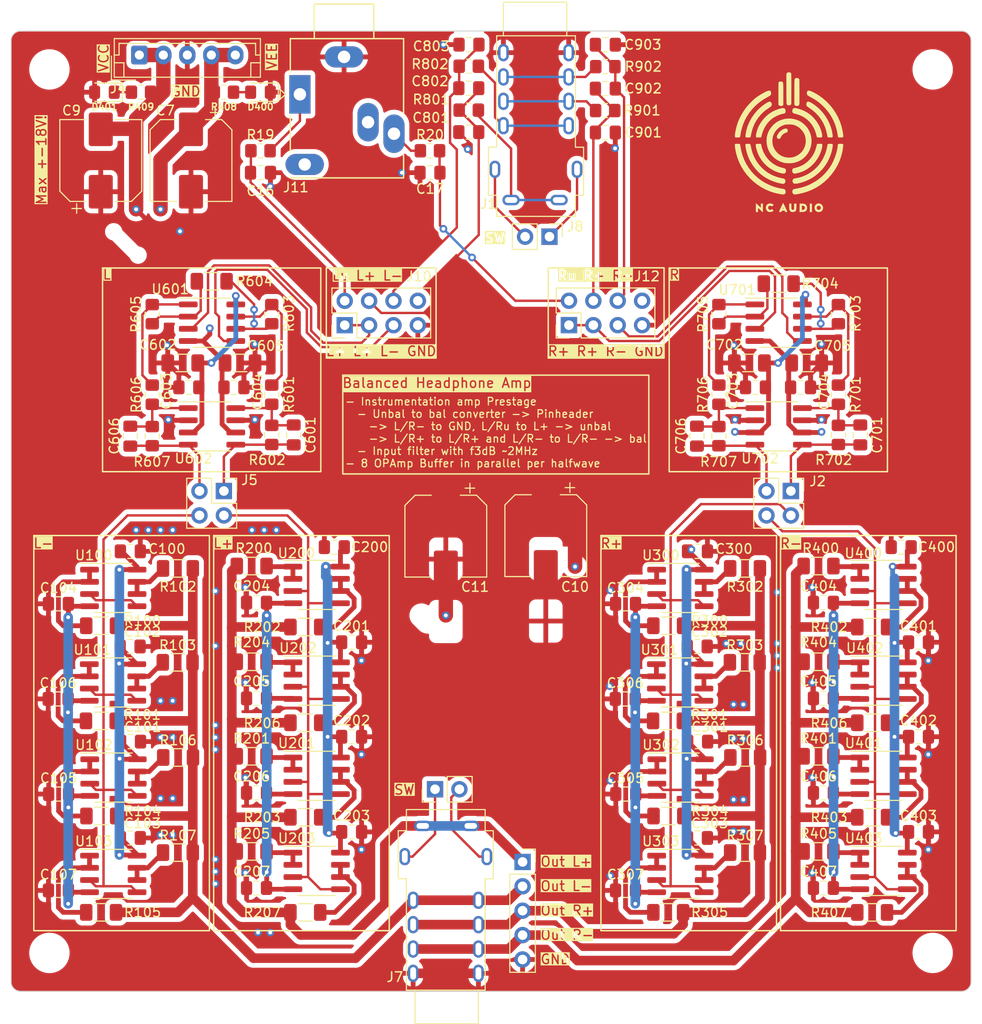
<source format=kicad_pcb>
(kicad_pcb (version 20221018) (generator pcbnew)
  (layers (0 "F.Cu" signal) (1 "In1.Cu" jumper) (2 "In2.Cu" power) (31 "B.Cu" mixed) (34 "B.Paste" user) (35 "F.Paste" user) (36 "B.SilkS" user "B.Silkscreen") (37 "F.SilkS" user "F.Silkscreen") (38 "B.Mask" user) (39 "F.Mask" user) (44 "Edge.Cuts" user))
  (net 0 "")
  (net 1 "VCC")
  (net 2 "GND")
  (net 3 "VEE")
  (net 4 "Net-(U201A--)")
  (net 5 "Net-(U201B--)")
  (net 6 "Net-(U202A--)")
  (net 7 "Net-(U202B--)")
  (net 8 "Net-(U203A--)")
  (net 9 "Net-(U203B--)")
  (net 10 "Net-(U100A--)")
  (net 11 "Net-(U101A--)")
  (net 12 "Net-(U301A--)")
  (net 13 "/Out_pre_L_-")
  (net 14 "Net-(U301B--)")
  (net 15 "Net-(U302A--)")
  (net 16 "Net-(U302B--)")
  (net 17 "Net-(U303A--)")
  (net 18 "Net-(U303B--)")
  (net 19 "Net-(U100B--)")
  (net 20 "Net-(U101B--)")
  (net 21 "Net-(U401A--)")
  (net 22 "Net-(U401B--)")
  (net 23 "Net-(U402A--)")
  (net 24 "Net-(U402B--)")
  (net 25 "Net-(U403A--)")
  (net 26 "Net-(U403B--)")
  (net 27 "Net-(U102A--)")
  (net 28 "Net-(U103A--)")
  (net 29 "Net-(U102B--)")
  (net 30 "Net-(U103B--)")
  (net 31 "Net-(U200A--)")
  (net 32 "Net-(U200B--)")
  (net 33 "Net-(U300A--)")
  (net 34 "Net-(U300B--)")
  (net 35 "Net-(U400A--)")
  (net 36 "Net-(U400B--)")
  (net 37 "/Out_pre_L_+")
  (net 38 "/Out_pre_R_-")
  (net 39 "/Out_pre_R_+")
  (net 40 "/In_out_L_+")
  (net 41 "/In_out_L_-")
  (net 42 "/In_out_R_+")
  (net 43 "/In_out_R_-")
  (net 44 "/Out_L_+")
  (net 45 "/Out_L_-")
  (net 46 "/Out_R_+")
  (net 47 "/Out_R_-")
  (net 48 "/In_pre_L_+")
  (net 49 "/In_pre_L_-")
  (net 50 "/In_pre_R_+")
  (net 51 "/In_pre_R_-")
  (net 52 "Net-(J8-Pin_2)")
  (net 53 "Net-(J8-Pin_1)")
  (net 54 "Net-(J9-Pin_2)")
  (net 55 "Net-(J9-Pin_1)")
  (net 56 "/In_L+_bal_filtered")
  (net 57 "/In_L-_bal_filtered")
  (net 58 "/In_R+_bal_filtered")
  (net 59 "/In_R-_bal_filtered")
  (net 60 "/In_L+_bal")
  (net 61 "/In_L-_bal")
  (net 62 "/In_R+_bal")
  (net 63 "/In_R-_bal")
  (net 64 "/In_L_unbal")
  (net 65 "/In_R_unbal")
  (net 68 "/In_L_unbal_filtered")
  (net 69 "/In_R_unbal_filtered")
  (net 70 "Net-(C601-Pad1)")
  (net 71 "Net-(C606-Pad1)")
  (net 72 "Net-(C701-Pad1)")
  (net 73 "Net-(C706-Pad1)")
  (net 74 "Net-(R601-Pad1)")
  (net 75 "Net-(U601B--)")
  (net 76 "Net-(U601A--)")
  (net 77 "Net-(R605-Pad2)")
  (net 78 "Net-(R701-Pad1)")
  (net 79 "Net-(U701B--)")
  (net 80 "Net-(U701A--)")
  (net 81 "Net-(R705-Pad2)")
  (net 82 "Net-(D400-A)")
  (net 83 "Net-(D401-K)")
  (footprint "Capacitor_SMD:C_0805_2012Metric_Pad1.18x1.45mm_HandSolder" (layer "F.Cu") (at 164.0075 108.6441)
    (fp_text reference "C304")
    (fp_text value "100n")
  )
  (footprint "Resistor_SMD:R_0805_2012Metric_Pad1.20x1.40mm_HandSolder" (layer "F.Cu") (at 161.9035 52.7105)
    (fp_text reference "R902")
    (fp_text value "200R")
  )
  (footprint "Capacitor_SMD:C_0805_2012Metric_Pad1.18x1.45mm_HandSolder" (layer "F.Cu") (at 147.701 50.419)
    (fp_text reference "C803")
    (fp_text value "100p")
  )
  (footprint "Package_SO:SOIC-8_3.9x4.9mm_P1.27mm" (layer "F.Cu") (at 131.8375 136.4618)
    (fp_text reference "U203")
    (fp_text value "OPA1688")
  )
  (footprint "Capacitor_SMD:C_0805_2012Metric_Pad1.18x1.45mm_HandSolder" (layer "F.Cu") (at 171.4458 91.186 -90)
    (fp_text reference "C706")
    (fp_text value "220p")
  )
  (footprint "MountingHole:MountingHole_3.7mm" (layer "F.Cu") (at 196 53)
    (fp_text reference "H102" hide)
    (fp_text value "MountingHole")
  )
  (footprint "Package_SO:SOIC-8_3.9x4.9mm_P1.27mm" (layer "F.Cu") (at 131.8375 126.5558)
    (fp_text reference "U201")
    (fp_text value "OPA1688")
  )
  (footprint "Resistor_SMD:R_1206_3216Metric_Pad1.30x1.75mm_HandSolder" (layer "F.Cu") (at 176.4535 134.5521)
    (fp_text reference "R307")
    (fp_text value "1R")
  )
  (footprint "Resistor_SMD:R_0805_2012Metric_Pad1.20x1.40mm_HandSolder" (layer "F.Cu") (at 147.6795 57.2395 180)
    (fp_text reference "R801")
    (fp_text value "200R")
  )
  (footprint "Resistor_SMD:R_1206_3216Metric_Pad1.30x1.75mm_HandSolder" (layer "F.Cu") (at 117.356 114.7401)
    (fp_text reference "R103")
    (fp_text value "1R")
  )
  (footprint "Resistor_SMD:R_1206_3216Metric_Pad1.30x1.75mm_HandSolder" (layer "F.Cu") (at 189.6963 111.0618 180)
    (fp_text reference "R402")
    (fp_text value "1R")
  )
  (footprint "Resistor_SMD:R_0805_2012Metric_Pad1.20x1.40mm_HandSolder" (layer "F.Cu") (at 186.1778 91.059 -90)
    (fp_text reference "R702")
    (fp_text value "4k7")
  )
  (footprint "Resistor_SMD:R_1206_3216Metric_Pad1.30x1.75mm_HandSolder" (layer "F.Cu") (at 184.1083 104.7118 180)
    (fp_text reference "R400")
    (fp_text value "1R")
  )
  (footprint "Capacitor_SMD:C_0805_2012Metric_Pad1.18x1.45mm_HandSolder" (layer "F.Cu") (at 194.5223 132.3978)
    (fp_text reference "C403")
    (fp_text value "100n")
  )
  (footprint "Capacitor_SMD:C_0805_2012Metric_Pad1.18x1.45mm_HandSolder" (layer "F.Cu") (at 188.4638 91.059 -90)
    (fp_text reference "C701")
    (fp_text value "220p")
  )
  (footprint "Resistor_SMD:R_1206_3216Metric_Pad1.30x1.75mm_HandSolder" (layer "F.Cu") (at 176.475 124.6461)
    (fp_text reference "R306")
    (fp_text value "1R")
  )
  (footprint "Resistor_SMD:R_0805_2012Metric_Pad1.20x1.40mm_HandSolder" (layer "F.Cu") (at 186.1778 78.486 -90)
    (fp_text reference "R703")
    (fp_text value "2k49")
  )
  (footprint "Resistor_SMD:R_0805_2012Metric_Pad1.20x1.40mm_HandSolder" (layer "F.Cu") (at 114.7108 78.486 90)
    (fp_text reference "R605")
    (fp_text value "2k49")
  )
  (footprint "Capacitor_SMD:C_0805_2012Metric_Pad1.18x1.45mm_HandSolder" (layer "F.Cu") (at 125.5728 138.2398)
    (fp_text reference "C207")
    (fp_text value "100n")
  )
  (footprint "Resistor_SMD:R_0805_2012Metric_Pad1.20x1.40mm_HandSolder" (layer "F.Cu") (at 143.637 61.468)
    (fp_text reference "R20")
    (fp_text value "1k")
  )
  (footprint "Capacitor_SMD:C_0805_2012Metric_Pad1.18x1.45mm_HandSolder" (layer "F.Cu") (at 163.9815 118.5501)
    (fp_text reference "C306")
    (fp_text value "100n")
  )
  (footprint "Resistor_SMD:R_1206_3216Metric_Pad1.30x1.75mm_HandSolder" (layer "F.Cu") (at 130.6528 130.8738 180)
    (fp_text reference "R203")
    (fp_text value "1R")
  )
  (footprint "Connector_PinHeader_2.54mm:PinHeader_2x04_P2.54mm_Vertical" (layer "F.Cu") (at 158.115 79.629 90)
    (fp_text reference "J12")
    (fp_text value "Input SW R")
  )
  (footprint "Capacitor_SMD:C_0805_2012Metric_Pad1.18x1.45mm_HandSolder" (layer "F.Cu") (at 135.4788 132.3978)
    (fp_text reference "C203")
    (fp_text value "100n")
  )
  (footprint "Resistor_SMD:R_1206_3216Metric_Pad1.30x1.75mm_HandSolder" (layer "F.Cu") (at 168.4525 110.9301)
    (fp_text reference "R300")
    (fp_text value "1R")
  )
  (footprint "Resistor_SMD:R_0805_2012Metric_Pad1.20x1.40mm_HandSolder" (layer "F.Cu") (at 173.7318 91.186 -90)
    (fp_text reference "R707")
    (fp_text value "4k7")
  )
  (footprint "Capacitor_SMD:CP_Elec_8x10" (layer "F.Cu") (at 155.702 101.548 -90)
    (fp_text reference "C10")
    (fp_text value "220u")
  )
  (footprint "Capacitor_SMD:C_0805_2012Metric_Pad1.18x1.45mm_HandSolder" (layer "F.Cu") (at 112.429 133.0281)
    (fp_text reference "C103")
    (fp_text value "100n")
  )
  (footprint "Resistor_SMD:R_1206_3216Metric_Pad1.30x1.75mm_HandSolder" (layer "F.Cu") (at 189.6963 140.7798 180)
    (fp_text reference "R407")
    (fp_text value "1R")
  )
  (footprint "Package_SO:SOIC-8_3.9x4.9mm_P1.27mm" (layer "F.Cu") (at 110.625 116.8353)
    (fp_text reference "U101")
    (fp_text value "OPA1688")
  )
  (footprint "Capacitor_SMD:CP_Elec_8x10" (layer "F.Cu") (at 145.288 101.6 -90)
    (fp_text reference "C11")
    (fp_text value "220u")
  )
  (footprint "Capacitor_SMD:C_0805_2012Metric_Pad1.18x1.45mm_HandSolder" (layer "F.Cu") (at 135.4788 122.4918)
    (fp_text reference "C202")
    (fp_text value "100n")
  )
  (footprint "Capacitor_SMD:C_0805_2012Metric_Pad1.18x1.45mm_HandSolder" (layer "F.Cu") (at 125.5728 108.5218)
    (fp_text reference "C204")
    (fp_text value "100n")
  )
  (footprint "Resistor_SMD:R_0805_2012Metric_Pad1.20x1.40mm_HandSolder" (layer "F.Cu") (at 113.538 55.372)
    (fp_text reference "R409")
    (fp_text value "4k7")
  )
  (footprint "Capacitor_SMD:CP_Elec_8x10" (layer "F.Cu") (at 109.347 62.484 90)
    (fp_text reference "C9")
    (fp_text value "220u")
  )
  (footprint "Capacitor_SMD:C_0805_2012Metric_Pad1.18x1.45mm_HandSolder" (layer "F.Cu") (at 171.5005 133.0281)
    (fp_text reference "C303")
    (fp_text value "100n")
  )
  (footprint "MountingHole:MountingHole_3.7mm" (layer "F.Cu") (at 196 145)
    (fp_text reference "H103" hide)
    (fp_text value "MountingHole")
  )
  (footprint "Resistor_SMD:R_1206_3216Metric_Pad1.30x1.75mm_HandSolder" (layer "F.Cu") (at 130.6528 140.7798 180)
    (fp_text reference "R207")
    (fp_text value "1R")
  )
  (footprint "Resistor_SMD:R_1206_3216Metric_Pad1.30x1.75mm_HandSolder" (layer "F.Cu") (at 109.381 140.7751)
    (fp_text reference "R105")
    (fp_text value "1R")
  )
  (footprint "Custom Logos:ncAudio Logo 25mm" (layer "F.Cu") (at 181.102 60.452)
    (fp_text reference "G***" hide)
    (fp_text value "LOGO" hide)
  )
  (footprint "Capacitor_SMD:C_0805_2012Metric_Pad1.18x1.45mm_HandSolder" (layer "F.Cu") (at 135.4788 112.649)
    (fp_text reference "C201")
    (fp_text value "100n")
  )
  (footprint "Connector_PinSocket_2.54mm:PinSocket_1x05_P2.54mm_Vertical" (layer "F.Cu") (at 153.2828 135.524)
    (fp_text reference "J6" hide)
    (fp_text value "Output Stage Out")
  )
  (footprint "Capacitor_SMD:C_1206_3216Metric_Pad1.33x1.80mm_HandSolder" (layer "F.Cu") (at 117.8858 83.566 180)
    (fp_text reference "C602")
    (fp_text value "10u")
  )
  (footprint "Resistor_SMD:R_1206_3216Metric_Pad1.30x1.75mm_HandSolder" (layer "F.Cu") (at 117.4035 124.6461)
    (fp_text reference "R106")
    (fp_text value "1R")
  )
  (footprint "Resistor_SMD:R_0805_2012Metric_Pad1.20x1.40mm_HandSolder" (layer "F.Cu") (at 127.1568 91.059 -90)
    (fp_text reference "R602")
    (fp_text value "4k7")
  )
  (footprint "Resistor_SMD:R_0805_2012Metric_Pad1.20x1.40mm_HandSolder" (layer "F.Cu") (at 147.6795 52.6675 180)
    (fp_text reference "R802")
    (fp_text value "200R")
  )
  (footprint "Resistor_SMD:R_0805_2012Metric_Pad1.20x1.40mm_HandSolder" (layer "F.Cu") (at 161.8875 57.2825)
    (fp_text reference "R901")
    (fp_text value "200R")
  )
  (footprint "MountingHole:MountingHole_3.7mm" (layer "F.Cu") (at 104 53)
    (fp_text reference "H101" hide)
    (fp_text value "MountingHole")
  )
  (footprint "Resistor_SMD:R_1206_3216Metric_Pad1.30x1.75mm_HandSolder" (layer "F.Cu") (at 168.4265 120.8361)
    (fp_text reference "R301")
    (fp_text value "1R")
  )
  (footprint "Resistor_SMD:R_0805_2012Metric_Pad1.20x1.40mm_HandSolder" (layer "F.Cu") (at 114.7108 91.186 -90)
    (fp_text reference "R607")
    (fp_text value "4k7")
  )
  (footprint "Capacitor_SMD:CP_Elec_8x10" (layer "F.Cu") (at 118.745 62.484 -90)
    (fp_text reference "C7")
    (fp_text value "220u")
  )
  (footprint "Audio Connector:Pentaconn" (layer "F.Cu") (at 145.3838 140.574)
    (fp_text reference "J7")
    (fp_text value "~")
  )
  (footprint "Capacitor_SMD:C_0805_2012Metric_Pad1.18x1.45mm_HandSolder" (layer "F.Cu") (at 171.522 122.9951)
    (fp_text reference "C301")
    (fp_text value "100n")
  )
  (footprint "Capacitor_SMD:C_0805_2012Metric_Pad1.18x1.45mm_HandSolder" (layer "F.Cu") (at 192.7183 102.743 180)
    (fp_text reference "C400")
    (fp_text value "100n")
  )
  (footprint "Capacitor_SMD:C_0805_2012Metric_Pad1.18x1.45mm_HandSolder" (layer "F.Cu") (at 125.984 63.754)
    (fp_text reference "C16")
    (fp_text value "100p")
  )
  (footprint "Capacitor_SMD:C_0805_2012Metric_Pad1.18x1.45mm_HandSolder" (layer "F.Cu") (at 125.5728 128.3338)
    (fp_text reference "C206")
    (fp_text value "100n")
  )
  (footprint "Package_SO:SOIC-8_3.9x4.9mm_P1.27mm" (layer "F.Cu") (at 169.7225 136.7743)
    (fp_text reference "U303")
    (fp_text value "OPA1688")
  )
  (footprint "Capacitor_SMD:C_0805_2012Metric_Pad1.18x1.45mm_HandSolder" (layer "F.Cu") (at 147.6795 54.9535 180)
    (fp_text reference "C802")
    (fp_text value "4n7")
  )
  (footprint "Package_SO:SOIC-8_3.9x4.9mm_P1.27mm" (layer "F.Cu") (at 190.881 116.6498)
    (fp_text reference "U402")
    (fp_text value "OPA1688")
  )
  (footprint "Package_SO:SOIC-8_3.9x4.9mm_P1.27mm" (layer "F.Cu") (at 179.9548 90.17)
    (fp_text reference "U702")
    (fp_text value "LME49724")
  )
  (footprint "Capacitor_SMD:C_0805_2012Metric_Pad1.18x1.45mm_HandSolder" (layer "F.Cu") (at 125.5728 118.491)
    (fp_text reference "C205")
    (fp_text value "100n")
  )
  (footprint "Package_SO:SOIC-8_3.9x4.9mm_P1.27mm" (layer "F.Cu") (at 120.9338 79.375)
    (fp_text reference "U601")
    (fp_text value "OPA1688")
  )
  (footprint "Connector_JST:JST_EH_B5B-EH-A_1x05_P2.50mm_Vertical" (layer "F.Cu") (at 113.364 51.5)
    (fp_text reference "J4")
    (fp_text value "PWR")
  )
  (footprint "Package_SO:SOIC-8_3.9x4.9mm_P1.27mm" (layer "F.Cu") (at 179.9548 79.375)
    (fp_text reference "U701")
    (fp_text value "OPA1688")
  )
  (footprint "Connector_PinHeader_2.54mm:PinHeader_2x04_P2.54mm_Vertical" (layer "F.Cu") (at 134.757 79.634 90)
    (fp_text reference "J10")
    (fp_text value "Input SW L")
  )
  (footprint "Capacitor_SMD:C_0805_2012Metric_Pad1.18x1.45mm_HandSolder" (layer "F.Cu") (at 184.6163 108.5218)
    (fp_text reference "C404")
    (fp_text value "100n")
  )
  (footprint "Resistor_SMD:R_1206_3216Metric_Pad1.30x1.75mm_HandSolder" (layer "F.Cu") (at 109.4025 130.7421)
    (fp_text reference "R104")
    (fp_text value "1R")
  )
  (footprint "Resistor_SMD:R_1206_3216Metric_Pad1.30x1.75mm_HandSolder" (layer "F.Cu") (at 120.904 75.057 180)
    (fp_text reference "R604")
    (fp_text value "4k7")
  )
  (footprint "LED_SMD:LED_0805_2012Metric_Pad1.15x1.40mm_HandSolder" (layer "F.Cu") (at 109.728 55.372 180)
    (fp_text reference "D401")
    (fp_text value "Grn")
  )
  (footprint "Capacitor_SMD:C_0805_2012Metric_Pad1.18x1.45mm_HandSolder" (layer "F.Cu") (at 161.9035 59.5685)
    (fp_text reference "C901")
    (fp_text value "100p")
  )
  (footprint "Package_SO:SOIC-8_3.9x4.9mm_P1.27mm" (layer "F.Cu") (at 131.8375 116.6498)
    (fp_text reference "U202")
    (fp_text value "OPA1688")
  )
  (footprint "Resistor_SMD:R_0805_2012Metric_Pad1.20x1.40mm_HandSolder" (layer "F.Cu") (at 122.174 55.372)
    (fp_text reference "R408")
    (fp_text value "4k7")
  )
  (footprint "Resistor_SMD:R_1206_3216Metric_Pad1.30x1.75mm_HandSolder" (layer "F.Cu") (at 176.4275 114.7401)
    (fp_text reference "R303")
    (fp_text value "1R")
  )
  (footprint "Audio Connector:Pentaconn" (layer "F.Cu") (at 154.586 57.8 180)
    (fp_text reference "J1")
    (fp_text value "Bal Input")
  )
  (footprint "LED_SMD:LED_0805_2012Metric_Pad1.15x1.40mm_HandSolder" (layer "F.Cu") (at 125.984 55.372 180)
    (fp_text reference "D400")
    (fp_text value "Grn")
  )
  (footprint "Connector_Audio:Jack_3.5mm_Ledino_KB3SPRS_Horizontal" (layer "F.Cu") (at 130.0895 55.595 -90)
    (fp_text reference "J11")
    (fp_text value "UnBal Input")
  )
  (footprint "Resistor_SMD:R_1206_3216Metric_Pad1.30x1.75mm_HandSolder" (layer "F.Cu") (at 176.4535 104.9611)
    (fp_text reference "R302")
    (fp_text value "1R")
  )
  (footprint "Capacitor_SMD:C_0805_2012Metric_Pad1.18x1.45mm_HandSolder" (layer "F.Cu") (at 171.4745 113.0891)
    (fp_text reference "C302")
    (fp_text value "100n")
  )
  (footprint "Resistor_SMD:R_1206_3216Metric_Pad1.30x1.75mm_HandSolder" (layer "F.Cu") (at 179.959 75.311 180)
    (fp_text reference "R704")
    (fp_text value "4k7")
  )
  (footprint "Package_SO:SOIC-8_3.9x4.9mm_P1.27mm" (layer "F.Cu") (at 169.7225 106.9931)
    (fp_text reference "U300")
    (fp_text value "OPA1688" hide)
  )
  (footprint "Capacitor_SMD:C_0805_2012Metric_Pad1.18x1.45mm_HandSolder" (layer "F.Cu") (at 112.4505 122.9951)
    (fp_text reference "C101")
    (fp_text value "100n")
  )
  (footprint "Resistor_SMD:R_1206_3216Metric_Pad1.30x1.75mm_HandSolder" (layer "F.Cu") (at 168.4525 140.7751)
    (fp_text reference "R305")
    (fp_text value "1R")
  )
  (footprint "Capacitor_SMD:C_0805_2012Metric_Pad1.18x1.45mm_HandSolder" (layer "F.Cu") (at 112.403 113.0891)
    (fp_text reference "C102")
    (fp_text value "100n")
  )
  (footprint "Resistor_SMD:R_1206_3216Metric_Pad1.30x1.75mm_HandSolder" (layer "F.Cu") (at 130.6528 111.0618 180)
    (fp_text reference "R202")
    (fp_text value "1R")
  )
  (footprint "Connector_PinHeader_2.54mm:PinHeader_2x02_P2.54mm_Vertical" (layer "F.Cu") (at 181.2298 96.901 -90)
    (fp_text reference "J2")
    (fp_text value "Prestage SW R")
  )
  (footprint "Capacitor_SMD:C_0805_2012Metric_Pad1.18x1.45mm_HandSolder" (layer "F.Cu") (at 133.6748 102.743 180)
    (fp_text reference "C200")
    (fp_text value "100n")
  )
  (footprint "MountingHole:MountingHole_3.7mm" (layer "F.Cu") (at 104 145)
    (fp_text reference "H104" hide)
    (fp_text value "MountingHole")
  )
  (footprint "Capacitor_SMD:C_0805_2012Metric_Pad1.18x1.45mm_HandSolder" (layer "F.Cu") (at 161.9035 54.9965)
    (fp_text reference "C902")
    (fp_text value "4n7")
  )
  (footprint "Resistor_SMD:R_1206_3216Metric_Pad1.30x1.75mm_HandSolder" (layer "F.Cu") (at 184.1083 124.5238 180)
    (fp_text reference "R401")
    (fp_text value "1R")
  )
  (footprint "Resistor_SMD:R_1206_3216Metric_Pad1.30x1.75mm_HandSolder" (layer "F.Cu") (at 184.1083 134.4298 180)
    (fp_text reference "R405")
    (fp_text value "1R")
  )
  (footprint "Resistor_SMD:R_1206_3216Metric_Pad1.30x1.75mm_HandSolder" (layer "F.Cu") (at 109.355 120.8361)
    (fp_text reference "R101")
    (fp_text value "1R")
  )
  (footprint "Capacitor_SMD:C_0805_2012Metric_Pad1.18x1.45mm_HandSolder" (layer "F.Cu") (at 104.936 138.4891)
    (fp_text reference "C107")
    (fp_text value "100n")
  )
  (footprint "Resistor_SMD:R_1206_3216Metric_Pad1.30x1.75mm_HandSolder" (layer "F.Cu") (at 125.0648 114.681 180)
    (fp_text reference "R204")
    (fp_text value "1R")
  )
  (footprint "Resistor_SMD:R_0805_2012Metric_Pad1.20x1.40mm_HandSolder" (layer "F.Cu") (at 114.7108 86.868 -90)
    (fp_text reference "R606")
    (fp_text value "2k49")
  )
  (footprint "Package_SO:SOIC-8_3.9x4.9mm_P1.27mm" (layer "F.Cu") (at 169.744 126.7413)
    (fp_text reference "U302")
    (fp_text value "OPA1688")
  )
  (footprint "Capacitor_SMD:C_0805_2012Metric_Pad1.18x1.45mm_HandSolder" (layer "F.Cu") (at 123.2198 86.106 180)
    (fp_text reference "C604")
    (fp_text value "100n")
  )
  (footprint "Capacitor_SMD:C_0805_2012Metric_Pad1.18x1.45mm_HandSolder" (layer "F.Cu") (at 184.6163 138.2398)
    (fp_text reference "C407")
    (fp_text value "100n")
  )
  (footprint "Package_SO:SOIC-8_3.9x4.9mm_P1.27mm" (layer "F.Cu") (at 190.881 126.5558)
    (fp_text reference "U401")
    (fp_text value "OPA1688")
  )
  (footprint "Connector_PinHeader_2.54mm:PinHeader_1x02_P2.54mm_Vertical" (layer "F.Cu") (at 156.086 70.417 -90)
    (fp_text reference "J8")
    (fp_text value "SW Conn")
  )
  (footprint "Resistor_SMD:R_0805_2012Metric_Pad1.20x1.40mm_HandSolder" (layer "F.Cu") (at 173.7318 86.868 -90)
    (fp_text reference "R706")
    (fp_text value "2k49")
  )
  (footprint "Package_SO:SOIC-8_3.9x4.9mm_P1.27mm" (layer "F.Cu") (at 169.6965 116.8353)
    (fp_text reference "U301")
    (fp_text value "OPA1688")
  )
  (footprint "Capacitor_SMD:C_0805_2012Metric_Pad1.18x1.45mm_HandSolder" (layer "F.Cu") (at 184.6163 118.491)
    (fp_text reference "C405")
    (fp_text value "100n")
  )
  (footprint "Resistor_SMD:R_0805_2012Metric_Pad1.20x1.40mm_HandSolder" (layer "F.Cu") (at 127.1568 78.486 -90)
    (fp_text reference "R603")
    (fp_text value "2k49")
  )
  (footprint "Capacitor_SMD:C_1206_3216Metric_Pad1.33x1.80mm_HandSolder" (layer "F.Cu") (at 182.8758 83.566 180)
    (fp_text reference "C705")
    (fp_text value "10u")
  )
  (footprint "Resistor_SMD:R_0805_2012Metric_Pad1.20x1.40mm_HandSolder" (layer "F.Cu") (at 125.984 61.468 180)
    (fp_text reference "R19")
    (fp_text value "1k")
  )
  (footprint "Capacitor_SMD:C_0805_2012Metric_Pad1.18x1.45mm_HandSolder" (layer "F.Cu") (at 104.9575 128.4561)
    (fp_text reference "C105")
    (fp_text value "100n")
  )
  (footprint "Package_SO:SOIC-8_3.9x4.9mm_P1.27mm" (layer "F.Cu") (at 110.6725 126.7413)
    (fp_text reference "U102")
    (fp_text value "OPA1688")
  )
  (footprint "Capacitor_SMD:C_0805_2012Metric_Pad1.18x1.45mm_HandSolder" (layer "F.Cu") (at 164.029 128.4561)
    (fp_text reference "C305")
    (fp_text value "100n")
  )
  (footprint "Connector_PinHeader_2.54mm:PinHeader_2x02_P2.54mm_Vertical" (layer "F.Cu") (at 122.1698 96.901 -90)
    (fp_text reference "J5")
    (fp_text value "Prestage SW L")
  )
  (footprint "Capacitor_SMD:C_0805_2012Metric_Pad1.18x1.45mm_HandSolder" (layer "F.Cu") (at 104.91 118.5501)
    (fp_text reference "C106")
    (fp_text value "100n")
  )
  (footprint "Resistor_SMD:R_1206_3216Metric_Pad1.30x1.75mm_HandSolder" (layer "F.Cu") (at 184.1083 114.681 180)
    (fp_text reference "R404")
    (fp_text value "1R")
  )
  (footprint "Resistor_SMD:R_1206_3216Metric_Pad1.30x1.75mm_HandSolder" (layer "F.Cu") (at 125.0648 134.4298 180)
    (fp_text reference "R205")
    (fp_text value "1R")
  )
  (footprint "Resistor_SMD:R_1206_3216Metric_Pad1.30x1.75mm_HandSolder" (layer "F.Cu") (at 168.474 130.7421)
    (fp_text reference "R304")
    (fp_text value "1R")
  )
  (footprint "Capacitor_SMD:C_0805_2012Metric_Pad1.18x1.45mm_HandSolder" (layer "F.Cu") (at 161.9035 50.4245 180)
    (fp_text reference "C903")
    (fp_text value "100p")
  )
  (footprint "Resistor_SMD:R_1206_3216Metric_Pad1.30x1.75mm_HandSolder" (layer "F.Cu") (at 125.0648 104.7118 180)
    (fp_text reference "R200")
    (fp_text value "1R")
  )
  (footprint "Capacitor_SMD:C_0805_2012Metric_Pad1.18x1.45mm_HandSolder" (layer "F.Cu") (at 194.5223 122.4918)
    (fp_text reference "C402")
    (fp_text value "100n")
  )
  (footprint "Package_SO:SOIC-8_3.9x4.9mm_P1.27mm" (layer "F.Cu") (at 110.651 106.9931)
    (fp_text reference "U100")
    (fp_text value "OPA1688" hide)
  )
  (footprint "Capacitor_SMD:C_0805_2012Metric_Pad1.18x1.45mm_HandSolder" (layer "F.Cu") (at 164.0075 138.4891)
    (fp_text reference "C307")
    (fp_text value "100n")
  )
  (footprint "Capacitor_SMD:C_0805_2012Metric_Pad1.18x1.45mm_HandSolder" (layer "F.Cu") (at 112.429 103.1831)
    (fp_text reference "C100")
    (fp_text value "100n")
  )
  (footprint "Capacitor_SMD:C_0805_2012Metric_Pad1.18x1.45mm_HandSolder" (layer "F.Cu") (at 171.5005 103.1831)
    (fp_text reference "C300")
    (fp_text value "100n")
  )
  (footprint "Resistor_SMD:R_1206_3216Metric_Pad1.30x1.75mm_HandSolder" (layer "F.Cu") (at 189.6963 121.031 180)
    (fp_text reference "R406")
    (fp_text value "1R")
  )
  (footprint "Package_SO:SOIC-8_3.9x4.9mm_P1.27mm" (layer "F.Cu") (at 190.881 136.4618)
    (fp_text reference "U403")
    (fp_text value "OPA1688")
  )
  (footprint "Capacitor_SMD:C_0805_2012Metric_Pad1.18x1.45mm_HandSolder" (layer "F.Cu") (at 182.2408 86.106 180)
    (fp_text reference "C704")
    (fp_text value "100n")
  )
  (footprint "Capacitor_SMD:C_0805_2012Metric_Pad1.18x1.45mm_HandSolder" (layer "F.Cu") (at 143.637 63.754 180)
    (fp_text reference "C17")
    (fp_text value "100p")
  )
  (footprint "Capacitor_SMD:C_0805_2012Metric_Pad1.18x1.45mm_HandSolder" (layer "F.Cu") (at 112.4248 91.186 -90)
    (fp_text reference "C606")
    (fp_text value "220p")
  )
  (footprint "Capacitor_SMD:C_0805_2012Metric_Pad1.18x1.45mm_HandSolder" (layer "F.Cu") (at 177.5418 86.106 180)
    (fp_text reference "C703")
    (fp_text value "100n")
  )
  (footprint "Resistor_SMD:R_1206_3216Metric_Pad1.30x1.75mm_HandSolder" (layer "F.Cu") (at 125.0648 124.5238 180)
    (fp_text reference "R201")
    (fp_text value "1R")
  )
  (footprint "Connector_PinHeader_2.54mm:PinHeader_1x02_P2.54mm_Vertical" (layer "F.Cu") (at 144.1648 127.957 90)
    (fp_text reference "J9" hide)
    (fp_text value "SW Conn")
  )
  (footprint "Package_SO:SOIC-8_3.9x4.9mm_P1.27mm" (layer "F.Cu") (at 110.651 136.7743)
    (fp_text reference "U103")
    (fp_text value "OPA1688")
  )
  (footprint "Capacitor_SMD:C_0805_2012Metric_Pad1.18x1.45mm_HandSolder" (layer "F.Cu") (at 104.936 108.6441)
    (fp_text reference "C104")
    (fp_text value "100n")
  )
  (footprint "Capacitor_SMD:C_0805_2012Metric_Pad1.18x1.45mm_HandSolder" (layer "F.Cu") (at 147.6795 59.5255 180)
    (fp_text reference "C801")
    (fp_text value "100p")
  )
  (footprint "Capacitor_SMD:C_0805_2012Metric_Pad1.18x1.45mm_HandSolder" (layer "F.Cu") (at 118.5208 86.106 180)
    (fp_text reference "C603")
    (fp_text value "100n")
  )
  (footprint "Capacitor_SMD:C_1206_3216Metric_Pad1.33x1.80mm_HandSolder" (layer "F.Cu") (at 176.9068 83.566 180)
    (fp_text reference "C702")
    (fp_text value "10u")
  )
  (footprint "Package_SO:SOIC-8_3.9x4.9mm_P1.27mm" (layer "F.Cu") (at 131.8375 106.6806)
    (fp_text reference "U200")
    (fp_text value "OPA1688")
  )
  (footprint "Package_SO:SOIC-8_3.9x4.9mm_P1.27mm" (layer "F.Cu") (at 120.9338 90.17)
    (fp_text reference "U602")
    (fp_text value "LME49724")
  )
  (footprint "Capacitor_SMD:C_0805_2012Metric_Pad1.18x1.45mm_HandSolder" (layer "F.Cu") (at 184.6163 128.3338)
    (fp_text reference "C406")
    (fp_text value "100n")
  )
  (footprint "Resistor_SMD:R_0805_2012Metric_Pad1.20x1.40mm_HandSolder" (layer "F.Cu") (at 173.7318 78.486 90)
    (fp_text reference "R705")
    (fp_text value "2k49")
  )
  (footprint "Capacitor_SMD:C_0805_2012Metric_Pad1.18x1.45mm_HandSolder" (layer "F.Cu") (at 129.4428 91.059 -90)
    (fp_text reference "C601")
    (fp_text value "220p")
  )
  (footprint "Resistor_SMD:R_1206_3216Metric_Pad1.30x1.75mm_HandSolder" (layer "F.Cu") (at 189.6963 130.8738 180)
    (fp_text reference "R403")
    (fp_text value "1R")
  )
  (footprint "Capacitor_SMD:C_1206_3216Metric_Pad1.33x1.80mm_HandSolder" (layer "F.Cu") (at 123.8548 83.566 180)
    (fp_text reference "C605")
    (fp_text value "10u")
  )
  (footprint "Resistor_SMD:R_0805_2012Metric_Pad1.20x1.40mm_HandSolder" (layer "F.Cu") (at 186.1778 86.868 -90)
    (fp_text reference "R701")
    (fp_text value "2k49")
  )
  (footprint "Resistor_SMD:R_1206_3216Metric_Pad1.30x1.75mm_HandSolder" (layer "F.Cu") (at 117.382 104.9611)
    (fp_text reference "R102")
    (fp_text value "1R")
  )
  (footprint "Resistor_SMD:R_1206_3216Metric_Pad1.30x1.75mm_HandSolder" (layer "F.Cu") (at 130.6528 121.031 180)
    (fp_text reference "R206")
    (fp_text value "1R")
  )
  (footprint "Capacitor_SMD:C_0805_2012Metric_Pad1.18x1.45mm_HandSolder" (layer "F.Cu") (at 194.5223 112.649)
    (fp_text reference "C401")
    (fp_text value "100n")
  )
  (footprint "Package_SO:SOIC-8_3.9x4.9mm_P1.27mm" (layer "F.Cu") (at 190.881 106.6806)
    (fp_text reference "U400")
    (fp_text value "OPA1688")
  )
  (footprint "Resistor_SMD:R_1206_3216Metric_Pad1.30x1.75mm_HandSolder" (layer "F.Cu") (at 117.382 134.5521)
    (fp_text reference "R107")
    (fp_text value "1R")
  )
  (footprint "Resistor_SMD:R_0805_2012Metric_Pad1.20x1.40mm_HandSolder" (layer "F.Cu") (at 127.1568 86.868 -90)
    (fp_text reference "R601")
    (fp_text value "2k49")
  )
  (footprint "Resistor_SMD:R_1206_3216Metric_Pad1.30x1.75mm_HandSolder" (layer "F.Cu") (at 109.381 110.9301)
    (fp_text reference "R100")
    (fp_text value "1R")
  )
  (gr_rect (start 121.1075 101.5368) (end 139.3955 142.6848) (stroke (width 0.15)) (fill none) (layer "F.SilkS"))
  (gr_rect (start 180.151 101.5368) (end 198.439 142.6848) (stroke (width 0.15)) (fill none) (layer "F.SilkS"))
  (gr_rect (start 134.5565 84.836) (end 166.4335 95.123) (stroke (width 0.15)) (fill none) (layer "F.SilkS"))
  (gr_rect (start 109.5333 73.677528) (end 132.2663 94.886528) (stroke (width 0.15)) (fill none) (layer "F.SilkS"))
  (gr_rect (start 161.445 101.5368) (end 179.733 142.6848) (stroke (width 0.15)) (fill none) (layer "F.SilkS"))
  (gr_rect (start 168.5543 73.677528) (end 191.2873 94.886528) (stroke (width 0.15)) (fill none) (layer "F.SilkS"))
  (gr_rect (start 155.956 73.66) (end 168.021 83.058) (stroke (width 0.15)) (fill none) (layer "F.SilkS"))
  (gr_rect (start 132.842 73.66) (end 144.272 83.058) (stroke (width 0.15)) (fill none) (layer "F.SilkS"))
  (gr_rect (start 102.3735 101.5368) (end 120.6615 142.6848) (stroke (width 0.15)) (fill none) (layer "F.SilkS"))
  (gr_line (start 199 49) (end 101 49) (stroke (width 0.1)) (layer "Edge.Cuts"))
  (gr_arc (start 199 49) (mid 199.707107 49.292893) (end 200 50) (stroke (width 0.1)) (layer "Edge.Cuts"))
  (gr_line (start 101 149) (end 199 149) (stroke (width 0.1)) (layer "Edge.Cuts"))
  (gr_arc (start 100 50) (mid 100.292893 49.292893) (end 101 49) (stroke (width 0.1)) (layer "Edge.Cuts"))
  (gr_arc (start 200 148) (mid 199.707107 148.707107) (end 199 149) (stroke (width 0.1)) (layer "Edge.Cuts"))
  (gr_line (start 100 50) (end 100 148) (stroke (width 0.1)) (layer "Edge.Cuts"))
  (gr_arc (start 101 149) (mid 100.292893 148.707107) (end 100 148) (stroke (width 0.1)) (layer "Edge.Cuts"))
  (gr_line (start 200 148) (end 200 50) (stroke (width 0.1)) (layer "Edge.Cuts"))
  (gr_text "L" (at 109.4698 74.947528) (layer "F.SilkS" knockout) (effects (font (size 1 1)) (justify left bottom)))
  (gr_text "VCC" (at 110.236 53.34 90) (layer "F.SilkS" knockout) (effects (font (size 1 1)) (justify left bottom)))
  (gr_text "R-" (at 180.024 102.9338) (layer "F.SilkS" knockout) (effects (font (size 1 1)) (justify left bottom)))
  (gr_text "L+" (at 120.9805 102.9338) (layer "F.SilkS" knockout) (effects (font (size 1 1)) (justify left bottom)))
  (gr_text "Ru R+ R-" (at 156.835 75.052) (layer "F.SilkS" knockout) (effects (font (size 1 1)) (justify left bottom)))
  (gr_text "SW" (at 149.252 71.135) (layer "F.SilkS" knockout) (effects (font (size 1 1)) (justify left bottom)))
  (gr_text "Balanced Headphone Amp\n" (at 134.4295 86.233) (layer "F.SilkS" knockout) (effects (font (size 1 1)) (justify left bottom)))
  (gr_text "SW" (at 139.8228 128.592) (layer "F.SilkS" knockout) (effects (font (size 1 1)) (justify left bottom)))
  (gr_text "Out R+" (at 155.0628 141.165) (layer "F.SilkS" knockout) (effects (font (size 1 1)) (justify left bottom)))
  (gr_text "R" (at 168.4908 74.947528) (layer "F.SilkS" knockout) (effects (font (size 1 1)) (justify left bottom)))
  (gr_text "R+ R+ R- GND" (at 155.819 82.926) (layer "F.SilkS" knockout) (effects (font (size 1 1)) (justify left bottom)))
  (gr_text "Out L+" (at 155.0628 136.085) (layer "F.SilkS" knockout) (effects (font (size 1 1)) (justify left bottom)))
  (gr_text "GND" (at 116.586 55.88) (layer "F.SilkS" knockout) (effects (font (size 1 1)) (justify left bottom)))
  (gr_text "Max +-18V!" (at 103.759 67.183 90) (layer "F.SilkS" knockout) (effects (font (size 1 1)) (justify left bottom)))
  (gr_text "- Instrumentation amp Prestage\n  - Unbal to bal converter -> Pinheader\n    -> L/R- to GND, L/Ru to L+ -> unbal\n    -> L/R+ to L/R+ and L/R- to L/R- -> bal\n  - Input filter with f3dB ~2MHz\n- 8 OPAmp Buffer in parallel per halfwave\n" (at 134.747 94.488) (layer "F.SilkS") (effects (font (size 0.8 0.8) (thickness 0.12) bold) (justify left bottom)))
  (gr_text "VEE" (at 127.762 53.086 90) (layer "F.SilkS" knockout) (effects (font (size 1 1)) (justify left bottom)))
  (gr_text "Out L-" (at 155.0628 138.625) (layer "F.SilkS" knockout) (effects (font (size 1 1)) (justify left bottom)))
  (gr_text "GND" (at 155.0628 146.245) (layer "F.SilkS" knockout) (effects (font (size 1 1)) (justify left bottom)))
  (gr_text "Lu L+ L-" (at 133.35 75.057) (layer "F.SilkS" knockout) (effects (font (size 1 1)) (justify left bottom)))
  (gr_text "R+" (at 161.318 102.9338) (layer "F.SilkS" knockout) (effects (font (size 1 1)) (justify left bottom)))
  (gr_text "L-" (at 102.2465 102.9338) (layer "F.SilkS" knockout) (effects (font (size 1 1)) (justify left bottom)))
  (gr_text "L+ L+ L- GND" (at 132.715 82.931) (layer "F.SilkS" knockout) (effects (font (size 1 1)) (justify left bottom)))
  (gr_text "Out R-" (at 155.0628 143.705) (layer "F.SilkS" knockout) (effects (font (size 1 1)) (justify left bottom)))
  (segment (start 193.356 124.6508) (end 193.356 122.6206) (width 0.5) (layer "F.Cu") (net 1))
  (segment (start 134.4413 122.4918) (end 132.9805 122.4918) (width 0.5) (layer "F.Cu") (net 1))
  (segment (start 170.437 113.1958) (end 172.1715 114.9303) (width 0.5) (layer "F.Cu") (net 1))
  (segment (start 113.1475 124.8363) (end 113.1475 124.7296) (width 0.5) (layer "F.Cu") (net 1))
  (segment (start 111.3232 114.9303) (end 111.26 114.8671) (width 0.5) (layer "F.Cu") (net 1))
  (segment (start 111.286 134.8061) (end 113.0628 134.8061) (width 0.5) (layer "F.Cu") (net 1))
  (segment (start 172.219 124.8363) (end 172.219 124.7296) (width 0.5) (layer "F.Cu") (net 1))
  (segment (start 134.3125 132.5266) (end 134.4413 132.3978) (width 0.5) (layer "F.Cu") (net 1))
  (segment (start 119.8838 89.933528) (end 119.8838 84.0015) (width 0.5) (layer "F.Cu") (net 1))
  (segment (start 170.4422 124.8363) (end 170.379 124.7731) (width 0.5) (layer "F.Cu") (net 1))
  (segment (start 111.3707 124.8363) (end 111.3075 124.7731) (width 0.5) (layer "F.Cu") (net 1))
  (segment (start 193.356 134.5568) (end 193.356 132.5266) (width 0.5) (layer "F.Cu") (net 1))
  (segment (start 193.356 104.7756) (end 191.8299 104.7756) (width 0.5) (layer "F.Cu") (net 1))
  (segment (start 113.126 105.0881) (end 113.126 104.7906) (width 0.5) (layer "F.Cu") (net 1))
  (segment (start 193.356 112.7778) (end 193.4848 112.649) (width 0.5) (layer "F.Cu") (net 1))
  (segment (start 113.126 134.8693) (end 113.126 134.7626) (width 0.5) (layer "F.Cu") (net 1))
  (segment (start 134.3125 103.1428) (end 134.7123 102.743) (width 0.5) (layer "F.Cu") (net 1))
  (segment (start 111.3655 113.1958) (end 113.1 114.9303) (width 0.5) (layer "F.Cu") (net 1))
  (segment (start 134.3125 112.7778) (end 134.4413 112.649) (width 0.5) (layer "F.Cu") (net 1))
  (segment (start 193.356 104.7756) (end 193.356 103.1428) (width 0.5) (layer "F.Cu") (net 1))
  (segment (start 113.1475 124.8363) (end 111.3707 124.8363) (width 0.5) (layer "F.Cu") (net 1))
  (segment (start 193.4848 122.4918) (end 192.024 122.4918) (width 0.5) (layer "F.Cu") (net 1))
  (segment (start 193.356 114.7448) (end 193.356 112.7778) (width 0.5) (layer "F.Cu") (net 1))
  (segment (start 119.8838 84.0015) (end 119.4483 83.566) (width 0.5) (layer "F.Cu") (net 1))
  (segment (start 191.8299 104.7756) (end 191.8293 104.775) (width 0.5) (layer "F.Cu") (net 1))
  (segment (start 120.864 57.115) (end 118.745 59.234) (width 1.5) (layer "F.Cu") (net 1))
  (segment (start 118.4588 90.805) (end 119.012328 90.805) (width 0.5) (layer "F.Cu") (net 1))
  (segment (start 178.033328 90.805) (end 178.9048 89.933528) (width 0.5) (layer "F.Cu") (net 1))
  (segment (start 178.9048 89.933528) (end 178.9048 84.0015) (width 0.5) (layer "F.Cu") (net 1))
  (segment (start 170.437 113.0891) (end 170.437 113.1958) (width 0.5) (layer "F.Cu") (net 1))
  (segment (start 192.0878 112.649) (end 192.024 112.7128) (width 0.5) (layer "F.Cu") (net 1))
  (segment (start 172.1975 105.0881) (end 170.3575 105.0881) (width 0.5) (layer "F.Cu") (net 1))
  (segment (start 123.4118 76.581) (end 123.4118 77.467) (width 0.5) (layer "F.Cu") (net 1))
  (segment (start 134.3125 104.7756) (end 132.7864 104.7756) (width 0.5) (layer "F.Cu") (net 1))
  (segment (start 172.1343 134.8061) (end 172.1975 134.8693) (width 0.5) (layer "F.Cu") (net 1))
  (segment (start 172.1975 134.7626) (end 170.463 133.0281) (width 0.5) (layer "F.Cu") (net 1))
  (segment (start 182.753 77.1468) (end 182.4298 77.47) (width 0.5) (layer "F.Cu") (net 1))
  (segment (start 134.3143 132.5248) (end 134.4413 132.3978) (width 0.5) (layer "F.Cu") (net 1))
  (segment (start 172.1975 104.7906) (end 170.463 103.0561) (width 0.5) (layer "F.Cu") (net 1))
  (segment (start 172.1975 134.8693) (end 172.1975 134.7626) (width 0.5) (layer "F.Cu") (net 1))
  (segment (start 113.126 105.0881) (end 111.286 105.0881) (width 0.5) (layer "F.Cu") (net 1))
  (segment (start 133.0443 112.649) (end 132.9805 112.7128) (width 0.5) (layer "F.Cu") (net 1))
  (segment (start 133.1075 132.5248) (end 134.3143 132.5248) (width 0.5) (layer "F.Cu") (net 1))
  (segment (start 134.3125 124.6508) (end 134.3125 122.6206) (width 0.5) (layer "F.Cu") (net 1))
  (segment (start 155.702 98.298) (end 158.75 101.346) (width 1.5) (layer "F.Cu") (net 1))
  (segment (start 170.3575 134.8061) (end 172.1343 134.8061) (width 0.5) (layer "F.Cu") (net 1))
  (segment (start 182.753 76.454) (end 182.753 77.1468) (width 0.5) (layer "F.Cu") (net 1))
  (segment (start 123.4118 77.467) (end 123.4088 77.47) (width 0.5) (layer "F.Cu") (net 1))
  (segment (start 172.1715 114.9303) (end 170.3947 114.9303) (width 0.5) (layer "F.Cu") (net 1))
  (segment (start 118.745 59.234) (end 115.57 62.409) (width 1.5) (layer "F.Cu") (net 1))
  (segment (start 134.4413 112.649) (end 133.0443 112.649) (width 0.5) (layer "F.Cu") (net 1))
  (segment (start 177.4798 90.805) (end 178.033328 90.805) (width 0.5) (layer "F.Cu") (net 1))
  (segment (start 172.219 124.8363) (end 170.4422 124.8363) (width 0.5) (layer "F.Cu") (net 1))
  (segment (start 113.126 134.7626) (end 111.3915 133.0281) (width 0.5) (layer "F.Cu") (net 1))
  (segment (start 193.4848 112.649) (end 192.0878 112.649) (width 0.5) (layer "F.Cu") (net 1))
  (segment (start 193.356 122.6206) (end 193.4848 122.4918) (width 0.5) (layer "F.Cu") (net 1))
  (segment (start 177.4798 90.805) (end 175.4674 90.805) (width 0.5) (layer "F.Cu") (net 1))
  (segment (start 178.4693 83.566) (end 179.8928 83.566) (width 0.5) (layer "F.Cu") (net 1))
  (segment (start 115.57 62.409) (end 115.57 67.564) (width 1.5) (layer "F.Cu") (net 1))
  (segment (start 113.0628 134.8061) (end 113.126 134.8693) (width 0.5) (layer "F.Cu") (net 1))
  (segment (start 113.1 114.9303) (end 111.3232 114.9303) (width 0.5) (layer "F.Cu") (net 1))
  (segment (start 113.1475 124.7296) (end 111.413 122.9951) (width 0.5) (layer "F.Cu") (net 1))
  (segment (start 192.151 132.5248) (end 193.3578 132.5248) (width 0.5) (layer "F.Cu") (net 1))
  (segment (start 119.012328 90.805) (end 119.8838 89.933528) (width 0.5) (layer "F.Cu") (net 1))
  (segment (start 120.864 51.5) (end 120.864 57.115) (width 1.5) (layer "F.Cu") (net 1))
  (segment (start 134.3125 114.7448) (end 134.3125 112.7778) (width 0.5) (layer "F.Cu") (net 1))
  (segment (start 134.3125 122.6206) (end 134.4413 122.4918) (width 0.5) (layer "F.Cu") (net 1))
  (segment (start 175.4674 90.805) (end 175.4036 90.7412) (width 0.5) (layer "F.Cu") (net 1))
  (segment (start 111.3655 113.0891) (end 111.3655 113.1958) (width 0.5) (layer "F.Cu") (net 1))
  (segment (start 158.75 101.346) (end 158.75 104.775) (width 1.5) (layer "F.Cu") (net 1))
  (segment (start 193.3578 132.5248) (end 193.4848 132.3978) (width 0.5) (layer "F.Cu") (net 1))
  (segment (start 123.364 51.5) (end 120.864 51.5) (width 1.5) (layer "F.Cu") (net 1))
  (segment (start 172.219 124.7296) (end 170.4845 122.9951) (width 0.5) (layer "F.Cu") (net 1))
  (segment (start 193.356 132.5266) (end 193.4848 132.3978) (width 0.5) (layer "F.Cu") (net 1))
  (segment (start 170.3947 114.9303) (end 170.3315 114.8671) (width 0.5) (layer "F.Cu") (net 1))
  (segment (start 113.126 104.7906) (end 111.3915 103.0561) (width 0.5) (layer "F.Cu") (net 1))
  (segment (start 172.1975 105.0881) (end 172.1975 104.7906) (width 0.5) (layer "F.Cu") (net 1))
  (segment (start 193.356 103.1428) (end 193.7558 102.743) (width 0.5) (layer "F.Cu") (net 1))
  (segment (start 134.3125 104.7756) (end 134.3125 103.1428) (width 0.5) (layer "F.Cu") (net 1))
  (segment (start 119.4483 83.566) (end 120.8718 83.566) (width 0.5) (layer "F.Cu") (net 1))
  (segment (start 178.9048 84.0015) (end 178.4693 83.566) (width 0.5) (layer "F.Cu") (net 1))
  (segment (start 132.7864 104.7756) (end 132.7858 104.775) (width 0.5) (layer "F.Cu") (net 1))
  (segment (start 134.3125 134.5568) (end 134.3125 132.5266) (width 0.5) (layer "F.Cu") (net 1))
  (via (at 132.9805 112.7128) (size 0.8) (drill 0.4) (layers "F.Cu" "B.Cu") (net 1))
  (via (at 133.1075 132.5248) (size 0.8) (drill 0.4) (layers "F.Cu" "B.Cu") (net 1))
  (via (at 170.8655 102.9923) (size 0.8) (drill 0.4) (layers "F.Cu" "B.Cu") (net 1))
  (via (at 170.3575 134.8061) (size 0.8) (drill 0.4) (layers "F.Cu" "B.Cu") (net 1))
  (via (at 170.3575 105.0881) (size 0.8) (drill 0.4) (layers "F.Cu" "B.Cu") (net 1))
  (via (at 111.286 134.8061) (size 0.8) (drill 0.4) (layers "F.Cu" "B.Cu") (net 1))
  (via (at 170.379 124.7731) (size 0.8) (drill 0.4) (layers "F.Cu" "B.Cu") (net 1))
  (via (at 192.151 132.5248) (size 0.8) (drill 0.4) (layers "F.Cu" "B.Cu") (net 1))
  (via (at 182.753 76.454) (size 0.8) (drill 0.4) (layers "F.Cu" "B.Cu") (net 1))
  (via (at 170.3315 114.8671) (size 0.8) (drill 0.4) (layers "F.Cu" "B.Cu") (net 1))
  (via (at 191.8293 104.775) (size 0.8) (drill 0.4) (layers "F.Cu" "B.Cu") (net 1))
  (via (at 115.57 67.564) (size 0.8) (drill 0.4) (layers "F.Cu" "B.Cu") (net 1))
  (via (at 120.8718 83.566) (size 0.8) (drill 0.4) (layers "F.Cu" "B.Cu") (net 1))
  (via (at 123.4118 76.581) (size 0.8) (drill 0.4) (layers "F.Cu" "B.Cu") (net 1))
  (via (at 111.3075 124.7731) (size 0.8) (drill 0.4) (layers "F.Cu" "B.Cu") (net 1))
  (via (at 158.75 104.775) (size 0.8) (drill 0.4) (layers "F.Cu" "B.Cu") (net 1))
  (via (at 192.024 122.4918) (size 0.8) (drill 0.4) (layers "F.Cu" "B.Cu") (net 1))
  (via (at 111.286 105.0881) (size 0.8) (drill 0.4) (layers "F.Cu" "B.Cu") (net 1))
  (via (at 192.024 112.7128) (size 0.8) (drill 0.4) (layers "F.Cu" "B.Cu") (net 1))
  (via (at 179.8928 83.566) (size 0.8) (drill 0.4) (layers "F.Cu" "B.Cu") (net 1))
  (via (at 132.9805 122.4918) (size 0.8) (drill 0.4) (layers "F.Cu" "B.Cu") (net 1))
  (via (at 175.4036 90.7412) (size 0.8) (drill 0.4) (layers "F.Cu" "B.Cu") (net 1))
  (via (at 132.7858 104.775) (size 0.8) (drill 0.4) (layers "F.Cu" "B.Cu") (net 1))
  (via (at 111.26 114.8671) (size 0.8) (drill 0.4) (layers "F.Cu" "B.Cu") (net 1))
  (segment (start 111.286 114.9941) (end 111.286 124.9001) (width 1) (layer "B.Cu") (net 1))
  (segment (start 170.3575 114.9941) (end 170.3575 124.9001) (width 1) (layer "B.Cu") (net 1))
  (segment (start 191.8293 105.791) (end 192.024 105.9857) (width 0.5) (layer "B.Cu") (net 1))
  (segment (start 182.753 76.454) (end 182.4328 76.7742) (width 0.5) (layer "B.Cu") (net 1))
  (segment (start 170.3575 105.0881) (end 170.3575 114.9941) (width 1) (layer "B.Cu") (net 1))
  (segment (start 192.024 105.9857) (end 192.024 112.7128) (width 1) (layer "B.Cu") (net 1))
  (segment (start 192.024 122.4918) (end 192.024 132.3978) (width 1) (layer "B.Cu") (net 1))
  (segment (start 191.8293 104.775) (end 191.8293 105.791) (width 0.5) (layer "B.Cu") (net 1))
  (segment (start 132.7858 105.791) (end 132.9805 105.9857) (width 1) (layer "B.Cu") (net 1))
  (segment (start 170.3575 124.9001) (end 170.3575 134.8061) (width 1) (layer "B.Cu") (net 1))
  (segment (start 132.9805 132.3978) (end 133.1075 132.5248) (width 0.5) (layer "B.Cu") (net 1))
  (segment (start 132.9805 122.4918) (end 132.9805 132.3978) (width 1) (layer "B.Cu") (net 1))
  (segment (start 120.8718 83.566) (end 123.4118 81.026) (width 0.5) (layer "B.Cu") (net 1))
  (segment (start 192.024 132.3978) (end 192.151 132.5248) (width 0.5) (layer "B.Cu") (net 1))
  (segment (start 132.9805 105.9857) (end 132.9805 112.7128) (width 1) (layer "B.Cu") (net 1))
  (segment (start 132.7858 104.775) (end 132.7858 105.791) (width 1) (layer "B.Cu") (net 1))
  (segment (start 111.286 124.9001) (end 111.286 134.8061) (width 1) (layer "B.Cu") (net 1))
  (segment (start 182.4328 81.026) (end 179.8928 83.566) (width 0.5) (layer "B.Cu") (net 1))
  (segment (start 111.286 105.0881) (end 111.286 114.9941) (width 1) (layer "B.Cu") (net 1))
  (segment (start 123.4118 81.026) (end 123.4118 76.581) (width 0.5) (layer "B.Cu") (net 1))
  (segment (start 182.4328 76.7742) (end 182.4328 81.026) (width 0.5) (layer "B.Cu") (net 1))
  (segment (start 132.9805 112.7128) (end 132.9805 122.4918) (width 1) (layer "B.Cu") (net 1))
  (segment (start 192.024 112.7128) (end 192.024 122.4918) (width 1) (layer "B.Cu") (net 1))
  (segment (start 184.4383 81.6149) (end 184.4206 81.5972) (width 0.5) (layer "F.Cu") (net 2))
  (segment (start 183.515 118.4278) (end 183.515 116.9044) (width 0.5) (layer "F.Cu") (net 2))
  (segment (start 175.4674 89.535) (end 175.4036 89.4712) (width 0.5) (layer "F.Cu") (net 2))
  (segment (start 147.574 61.3035) (end 147.574 60.4575) (width 0.25) (layer "F.Cu") (net 2))
  (segment (start 183.2783 86.106) (end 183.2783 84.726) (width 0.5) (layer "F.Cu") (net 2))
  (segment (start 136.5163 114.5375) (end 136.4998 114.554) (width 0.5) (layer "F.Cu") (net 2))
  (segment (start 117.4833 84.726) (end 116.3233 83.566) (width 0.5) (layer "F.Cu") (net 2))
  (segment (start 136.5163 134.2225) (end 136.4998 134.239) (width 0.5) (layer "F.Cu") (net 2))
  (segment (start 183.515 128.3338) (end 183.515 126.8104) (width 0.5) (layer "F.Cu") (net 2))
  (segment (start 176.5043 84.726) (end 175.3443 83.566) (width 0.5) (layer "F.Cu") (net 2))
  (segment (start 175.3443 83.566) (end 175.3443 81.7919) (width 0.5) (layer "F.Cu") (net 2))
  (segment (start 116.3233 81.7919) (end 116.2556 81.7242) (width 0.5) (layer "F.Cu") (net 2))
  (segment (start 123.4088 89.535) (end 125.3358 89.535) (width 0.5) (layer "F.Cu") (net 2))
  (segment (start 162.941 50.4245) (end 162.941 50.673) (width 0.25) (layer "F.Cu") (net 2))
  (segment (start 162.941 61.198) (end 162.9195 61.2195) (width 0.25) (layer "F.Cu") (net 2))
  (segment (start 124.4715 106.9984) (end 124.4077 106.9346) (width 0.5) (layer "F.Cu") (net 2))
  (segment (start 183.2783 84.726) (end 184.4383 83.566) (width 0.5) (layer "F.Cu") (net 2))
  (segment (start 124.4715 126.8104) (end 124.4077 126.7466) (width 0.5) (layer "F.Cu") (net 2))
  (segment (start 177.4798 89.535) (end 175.4674 89.535) (width 0.5) (layer "F.Cu") (net 2))
  (segment (start 124.4715 136.7164) (end 124.4077 136.6526) (width 0.5) (layer "F.Cu") (net 2))
  (segment (start 183.515 106.9984) (end 183.4512 106.9346) (width 0.5) (layer "F.Cu") (net 2))
  (segment (start 146.6635 50.419) (end 145.034 50.419) (width 0.25) (layer "F.Cu") (net 2))
  (segment (start 124.2573 84.726) (end 125.4173 83.566) (width 0.5) (layer "F.Cu") (net 2))
  (segment (start 124.2573 86.106) (end 124.2573 84.726) (width 0.5) (layer "F.Cu") (net 2))
  (segment (start 117.4833 86.106) (end 117.4833 84.726) (width 0.5) (layer "F.Cu") (net 2))
  (segment (start 162.941 59.5685) (end 162.941 61.198) (width 0.25) (layer "F.Cu") (net 2))
  (segment (start 125.4173 81.6149) (end 125.3996 81.5972) (width 0.5) (layer "F.Cu") (net 2))
  (segment (start 127.0215 63.754) (end 127.0215 65.167) (width 0.25) (layer "F.Cu") (net 2))
  (segment (start 183.515 126.8104) (end 183.4512 126.7466) (width 0.5) (layer "F.Cu") (net 2))
  (segment (start 127.0215 65.167) (end 127 65.1885) (width 0.25) (layer "F.Cu") (net 2))
  (segment (start 124.4715 138.2398) (end 124.4715 136.7164) (width 0.5) (layer "F.Cu") (net 2))
  (segment (start 125.4173 83.566) (end 125.4173 81.6149) (width 0.5) (layer "F.Cu") (net 2))
  (segment (start 118.4588 89.535) (end 116.4464 89.535) (width 0.5) (layer "F.Cu") (net 2))
  (segment (start 195.5598 124.3165) (end 195.5433 124.333) (width 0.5) (layer "F.Cu") (net 2))
  (segment (start 125.3358 89.535) (end 125.3996 89.4712) (width 0.5) (layer "F.Cu") (net 2))
  (segment (start 182.4298 89.535) (end 184.3568 89.535) (width 0.5) (layer "F.Cu") (net 2))
  (segment (start 147.574 60.4575) (end 146.642 59.5255) (width 0.25) (layer "F.Cu") (net 2))
  (segment (start 195.5598 132.3978) (end 195.5598 134.2225) (width 0.5) (layer "F.Cu") (net 2))
  (segment (start 195.5598 122.4918) (end 195.5598 124.3165) (width 0.5) (layer "F.Cu") (net 2))
  (segment (start 183.515 138.2398) (end 183.515 136.7164) (width 0.5) (layer "F.Cu") (net 2))
  (segment (start 183.515 136.7164) (end 183.4512 136.6526) (width 0.5) (layer "F.Cu") (net 2))
  (segment (start 175.3443 81.7919) (end 175.2766 81.7242) (width 0.5) (layer "F.Cu") (net 2))
  (segment (start 184.3568 89.535) (end 184.4206 89.4712) (width 0.5) (layer "F.Cu") (net 2))
  (segment (start 141.8838 147.124) (end 148.6838 147.124) (width 1) (layer "F.Cu") (net 2))
  (segment (start 142.5995 63.754) (end 140.716 63.754) (width 0.25) (layer "F.Cu") (net 2))
  (segment (start 116.4464 89.535) (end 116.3826 89.4712) (width 0.5) (layer "F.Cu") (net 2))
  (segment (start 136.5163 132.3978) (end 136.5163 134.2225) (width 0.5) (layer "F.Cu") (net 2))
  (segment (start 124.4715 108.5218) (end 124.4715 106.9984) (width 0.5) (layer "F.Cu") (net 2))
  (segment (start 195.5598 134.2225) (end 195.5433 134.239) (width 0.5) (layer "F.Cu") (net 2))
  (segment (start 124.4715 118.4278) (end 124.4715 116.9044) (width 0.5) (layer "F.Cu") (net 2))
  (segment (start 124.4715 116.9044) (end 124.4077 116.8406) (width 0.5) (layer "F.Cu") (net 2))
  (segment (start 184.4383 83.566) (end 184.4383 81.6149) (width 0.5) (layer "F.Cu") (net 2))
  (segment (start 116.3233 83.566) (end 116.3233 81.7919) (width 0.5) (layer "F.Cu") (net 2))
  (segment (start 183.515 108.5218) (end 183.515 106.9984) (width 0.5) (layer "F.Cu") (net 2))
  (segment (start 183.515 116.9044) (end 183.4512 116.8406) (width 0.5) (layer "F.Cu") (net 2))
  (segment (start 195.5598 114.5375) (end 195.5433 114.554) (width 0.5) (layer "F.Cu") (net 2))
  (segment (start 136.5163 122.4918) (end 136.5163 124.3165) (width 0.5) (layer "F.Cu") (net 2))
  (segment (start 136.5163 112.649) (end 136.5163 114.5375) (width 0.5) (layer "F.Cu") (net 2))
  (segment (start 136.5163 124.3165) (end 136.4998 124.333) (width 0.5) (layer "F.Cu") (net 2))
  (segment (start 124.4715 128.3338) (end 124.4715 126.8104) (width 0.5) (layer "F.Cu") (net 2))
  (segment (start 176.5043 86.106) (end 176.5043 84.726) (width 0.5) (layer "F.Cu") (net 2))
  (segment (start 195.5598 112.649) (end 195.5598 114.5375) (width 0.5) (layer "F.Cu") (net 2))
  (via (at 176.022 112.776) (size 0.8) (drill 0.4) (layers "F.Cu" "B.Cu") (net 2))
  (via (at 140.716 63.754) (size 0.8) (drill 0.4) (layers "F.Cu" "B.Cu") (net 2))
  (via (at 125.095 100.965) (size 0.8) (drill 0.4) (layers "F.Cu" "B.Cu") (net 2))
  (via (at 136.4998 114.554) (size 0.8) (drill 0.4) (layers "F.Cu" "B.Cu") (net 2))
  (via (at 126.365 100.965) (size 0.8) (drill 0.4) (layers "F.Cu" "B.Cu") (net 2))
  (via (at 184.4206 89.4712) (size 0.8) (drill 0.4) (layers "F.Cu" "B.Cu") (net 2))
  (via (at 179.832 114.046) (size 0.8) (drill 0.4) (layers "F.Cu" "B.Cu") (net 2))
  (via (at 124.4077 126.7466) (size 0.8) (drill 0.4) (layers "F.Cu" "B.Cu") (net 2))
  (via (at 115.57 118.745) (size 0.8) (drill 0.4) (layers "F.Cu" "B.Cu") (net 2))
  (via (at 184.4206 81.5972) (size 0.8) (drill 0.4) (layers "F.Cu" "B.Cu") (net 2))
  (via (at 115.57 122.555) (size 0.8) (drill 0.4) (layers "F.Cu" "B.Cu") (net 2))
  (via (at 176.276 122.682) (size 0.8) (drill 0.4) (layers "F.Cu" "B.Cu") (net 2))
  (via (at 127 142.875) (size 0.8) (drill 0.4) (layers "F.Cu" "B.Cu") (net 2))
  (via (at 174.498 112.776) (size 0.8) (drill 0.4) (layers "F.Cu" "B.Cu") (net 2))
  (via (at 179.832 112.776) (size 0.8) (drill 0.4) (layers "F.Cu" "B.Cu") (net 2))
  (via (at 175.26 119.126) (size 0.8) (drill 0.4) (layers "F.Cu" "B.Cu") (net 2))
  (via (at 176.276 129.032) (size 0.8) (drill 0.4) (layers "F.Cu" "B.Cu") (net 2))
  (via (at 162.9195 61.2195) (size 0.8) (drill 0.4) (layers "F.Cu" "B.Cu") (net 2))
  (via (at 175.4036 89.4712) (size 0.8) (drill 0.4) (layers "F.Cu" "B.Cu") (net 2))
  (via (at 124.4077 136.6526) (size 0.8) (drill 0.4) (layers "F.Cu" "B.Cu") (net 2))
  (via (at 121.285 121.285) (size 0.8) (drill 0.4) (layers "F.Cu" "B.Cu") (net 2))
  (via (at 116.2556 81.7242) (size 0.8) (drill 0.4) (layers "F.Cu" "B.Cu") (net 2))
  (via (at 121.285 123.825) (size 0.8) (drill 0.4) (layers "F.Cu" "B.Cu") (net 2))
  (via (at 124.4077 116.8406) (size 0.8) (drill 0.4) (layers "F.Cu" "B.Cu") (net 2))
  (via (at 183.4512 136.6526) (size 0.8) (drill 0.4) (layers "F.Cu" "B.Cu") (net 2))
  (via (at 121.285 135.255) (size 0.8) (drill 0.4) (layers "F.Cu" "B.Cu") (net 2))
  (via (at 116.84 118.745) (size 0.8) (drill 0.4) (layers "F.Cu" "B.Cu") (net 2))
  (via (at 114.3 100.965) (size 0.8) (drill 0.4) (layers "F.Cu" "B.Cu") (net 2))
  (via (at 115.57 100.965) (size 0.8) (drill 0.4) (layers "F.Cu" "B.Cu") (net 2))
  (via (at 124.4077 106.9346) (size 0.8) (drill 0.4) (layers "F.Cu" "B.Cu") (net 2))
  (via (at 195.5433 134.239) (size 0.8) (drill 0.4) (layers "F.Cu" "B.Cu") (net 2))
  (via (at 145.034 50.419) (size 0.8) (drill 0.4) (layers "F.Cu" "B.Cu") (net 2))
  (via (at 175.26 122.682) (size 0.8) (drill 0.4) (layers "F.Cu" "B.Cu") (net 2))
  (via (at 121.285 136.525) (size 0.8) (drill 0.4) (layers "F.Cu" "B.Cu") (net 2))
  (via (at 121.285 107.315) (size 0.8) (drill 0.4) (layers "F.Cu" "B.Cu") (net 2))
  (via (at 183.4512 106.9346) (size 0.8) (drill 0.4) (layers "F.Cu" "B.Cu") (net 2))
  (via (at 127 65.1885) (size 0.8) (drill 0.4) (layers "F.Cu" "B.Cu") (net 2))
  (via (at 175.2766 81.7242) (size 0.8) (drill 0.4) (layers "F.Cu" "B.Cu") (net 2))
  (via (at 176.276 132.334) (size 0.8) (drill 0.4) (layers "F.Cu" "B.Cu") (net 2))
  (via (at 176.276 119.126) (size 0.8) (drill 0.4) (layers "F.Cu" "B.Cu") (net 2))
  (via (at 115.57 132.715) (size 0.8) (drill 0.4) (layers "F.Cu" "B.Cu") (net 2))
  (via (at 162.3565 117.2163) (size 0.8) (drill 0.4) (layers "F.Cu" "B.Cu") (net 2))
  (via (at 136.4998 134.239) (size 0.8) (drill 0.4) (layers "F.Cu" "B.Cu") (net 2))
  (via (at 121.285 137.795) (size 0.8) (drill 0.4) (layers "F.Cu" "B.Cu") (net 2))
  (via (at 116.84 132.715) (size 0.8) (drill 0.4) (layers "F.Cu" "B.Cu") (net 2))
  (via (at 183.4512 116.8406) (size 0.8) (drill 0.4) (layers "F.Cu" "B.Cu") (net 2))
  (via (at 147.574 61.3035) (size 0.8) (drill 0.4) (layers "F.Cu" "B.Cu") (net 2))
  (via (at 121.285 122.555) (size 0.8) (drill 0.4) (layers "F.Cu" "B.Cu") (net 2))
  (via (at 175.26 129.032) (size 0.8) (drill 0.4) (layers "F.Cu" "B.Cu") (net 2))
  (via (at 195.5433 114.554) (size 0.8) (drill 0.4) (layers "F.Cu" "B.Cu") (net 2))
  (via (at 183.4512 126.7466) (size 0.8) (drill 0.4) (layers "F.Cu" "B.Cu") (net 2))
  (via (at 116.3826 89.4712) (size 0.8) (drill 0.4) (layers "F.Cu" "B.Cu") (net 2))
  (via (at 125.3996 89.4712) (size 0.8) (drill 0.4) (layers "F.Cu" "B.Cu") (net 2))
  (via (at 136.4998 124.333) (size 0.8) (drill 0.4) (layers "F.Cu" "B.Cu") (net 2))
  (via (at 125.73 142.875) (size 0.8) (drill 0.4) (layers "F.Cu" "B.Cu") (net 2))
  (via (at 116.84 122.555) (size 0.8) (drill 0.4) (layers "F.Cu" "B.Cu") (net 2))
  (via (at 175.26 132.334) (size 0.8) (drill 0.4) (layers "F.Cu" "B.Cu") (net 2))
  (via (at 195.5433 124.333) (size 0.8) (drill 0.4) (layers "F.Cu" "B.Cu") (net 2))
  (via (at 162.4197 107.2471) (size 0.8) (drill 0.4) (layers "F.Cu" "B.Cu") (net 2))
  (via (at 116.84 100.965) (size 0.8) (drill 0.4) (layers "F.Cu" "B.Cu") (net 2))
  (via (at 113.03 100.965) (size 0.8) (drill 0.4) (layers "F.Cu" "B.Cu") (net 2))
  (via (at 179.832 115.316) (size 0.8) (drill 0.4) (layers "F.Cu" "B.Cu") (net 2))
  (via (at 162.4197 127.0591) (size 0.8) (drill 0.4) (layers "F.Cu" "B.Cu") (net 2))
  (via (at 162.4197 136.9651) (size 0.8) (drill 0.4) (layers "F.Cu" "B.Cu") (net 2))
  (via (at 116.84 128.905) (size 0.8) (drill 0.4) (layers "F.Cu" "B.Cu") (net 2))
  (via (at 179.832 107.442) (size 0.8) (drill 0.4) (layers "F.Cu" "B.Cu") (net 2))
  (via (at 125.3996 81.5972) (size 0.8) (drill 0.4) (layers "F.Cu" "B.Cu") (net 2))
  (via (at 115.57 128.905) (size 0.8) (drill 0.4) (layers "F.Cu" "B.Cu") (net 2))
  (via (at 127.635 100.965) (size 0.8) (drill 0.4) (layers "F.Cu" "B.Cu") (net 2))
  (via (at 121.285 113.03) (size 0.8) (drill 0.4) (layers "F.Cu" "B.Cu") (net 2))
  (segment (start 105.952 138.5106) (end 105.9735 138.4891) (width 0.5) (layer "F.Cu") (net 3))
  (segment (start 165.2567 128.6463) (end 165.0665 128.4561) (width 0.5) (layer "F.Cu") (net 3))
  (segment (start 126.6741 108.5856) (end 126.6103 108.5218) (width 0.5) (layer "F.Cu") (net 3))
  (segment (start 126.6103 118.491) (end 126.6103 116.797) (width 0.5) (layer "F.Cu") (net 3))
  (segment (start 120.7006 80.5857) (end 120.7006 79.9462) (width 0.5) (layer "F.Cu") (net 3))
  (segment (start 113.364 51.5) (end 115.864 51.5) (width 1.5) (layer "F.Cu") (net 3))
  (segment (start 126.6103 116.797) (end 126.6305 116.7768) (width 0.5) (layer "F.Cu") (net 3))
  (segment (start 105.9735 108.6441) (end 105.9735 110.0196) (width 0.5) (layer "F.Cu") (net 3))
  (segment (start 120.0063 81.28) (end 118.4588 81.28) (width 0.5) (layer "F.Cu") (net 3))
  (segment (start 181.0048 89.933528) (end 181.0048 83.8745) (width 0.5) (layer "F.Cu") (net 3))
  (segment (start 120.0063 81.28) (end 120.7006 80.5857) (width 0.5) (layer "F.Cu") (net 3))
  (segment (start 113.03 59.182) (end 113.03 58.166) (width 1.5) (layer "F.Cu") (net 3))
  (segment (start 126.6103 128.3338) (end 126.6103 126.703) (width 0.5) (layer "F.Cu") (net 3))
  (segment (start 165.019 119.9256) (end 164.9975 119.9471) (width 0.5) (layer "F.Cu") (net 3))
  (segment (start 188.406 138.3668) (end 185.7808 138.3668) (width 0.5) (layer "F.Cu") (net 3))
  (segment (start 185.6538 118.491) (end 188.3422 118.491) (width 0.5) (layer "F.Cu") (net 3))
  (segment (start 129.2987 118.491) (end 129.3625 118.5548) (width 0.5) (layer "F.Cu") (net 3))
  (segment (start 185.6538 126.703) (end 185.674 126.6828) (width 0.5) (layer "F.Cu") (net 3))
  (segment (start 185.674 136.5888) (end 185.674 138.2196) (width 0.5) (layer "F.Cu") (net 3))
  (segment (start 117.602 69.85) (end 115.316 69.85) (width 0.5) (layer "F.Cu") (net 3))
  (segment (start 115.316 69.85) (end 113.03 67.564) (width 0.5) (layer "F.Cu") (net 3))
  (segment (start 165.299 108.8981) (end 165.045 108.6441) (width 0.5) (layer "F.Cu") (net 3))
  (segment (start 108.15 118.7403) (end 106.1377 118.7403) (width 0.5) (layer "F.Cu") (net 3))
  (segment (start 185.674 138.2196) (end 185.6538 138.2398) (width 0.5) (layer "F.Cu") (net 3))
  (segment (start 121.9838 83.8745) (end 122.2923 83.566) (width 0.5) (layer "F.Cu") (net 3))
  (segment (start 185.674 109.855) (end 185.674 108.542) (width 0.5) (layer "F.Cu") (net 3))
  (segment (start 165.2352 138.6793) (end 165.045 138.4891) (width 0.5) (layer "F.Cu") (net 3))
  (segment (start 185.7808 138.3668) (end 185.6538 138.2398) (width 0.5) (layer "F.Cu") (net 3))
  (segment (start 129.3625 138.3668) (end 126.7373 138.3668) (width 0.5) (layer "F.Cu") (net 3))
  (segment (start 105.952 139.8861) (end 105.952 138.5106) (width 0.5) (layer "F.Cu") (net 3))
  (segment (start 165.045 108.6441) (end 165.045 110.0196) (width 0.5) (layer "F.Cu") (net 3))
  (segment (start 106.1377 118.7403) (end 105.9475 118.5501) (width 0.5) (layer "F.Cu") (net 3))
  (segment (start 181.3133 83.566) (end 179.0273 81.28) (width 0.5) (layer "F.Cu") (net 3))
  (segment (start 106.1852 128.6463) (end 105.995 128.4561) (width 0.5) (layer "F.Cu") (net 3))
  (segment (start 185.6538 118.491) (end 185.6538 116.797) (width 0.5) (layer "F.Cu") (net 3))
  (segment (start 105.995 129.8316) (end 105.9735 129.8531) (width 0.5) (layer "F.Cu") (net 3))
  (segment (start 105.9735 110.0196) (end 105.952 110.0411) (width 0.5) (layer "F.Cu") (net 3))
  (segment (start 115.864 55.332) (end 115.864 51.5) (width 1.5) (layer "F.Cu") (net 3))
  (segment (start 188.406 108.5856) (end 185.7176 108.5856) (width 0.5) (layer "F.Cu") (net 3))
  (segment (start 179.0273 81.28) (end 177.4798 81.28) (width 0.5) (layer "F.Cu") (net 3))
  (segment (start 122.2923 83.566) (end 120.0063 81.28) (width 0.5) (layer "F.Cu") (net 3))
  (segment (start 165.0235 138.5106) (end 165.045 138.4891) (width 0.5) (layer "F.Cu") (net 3))
  (segment (start 167.2475 108.8981) (end 165.299 108.8981) (width 0.5) (layer "F.Cu") (net 3))
  (segment (start 167.2215 118.7403) (end 165.2092 118.7403) (width 0.5) (layer "F.Cu") (net 3))
  (segment (start 181.876272 90.805) (end 181.0048 89.933528) (width 0.5) (layer "F.Cu") (net 3))
  (segment (start 167.2475 138.6793) (end 165.2352 138.6793) (width 0.5) (layer "F.Cu") (net 3))
  (segment (start 145.288 104.85) (end 145.288 109.855) (width 1.5) (layer "F.Cu") (net 3))
  (segment (start 106.2275 108.8981) (end 105.9735 108.6441) (width 0.5) (layer "F.Cu") (net 3))
  (segment (start 106.1637 138.6793) (end 105.9735 138.4891) (width 0.5) (layer "F.Cu") (net 3))
  (segment (start 108.176 108.8981) (end 106.2275 108.8981) (width 0.5) (layer "F.Cu") (net 3))
  (segment (start 185.6538 116.797) (end 185.674 116.7768) (width 0.5) (layer "F.Cu") (net 3))
  (segment (start 165.0665 129.8316) (end 165.045 129.8531) (width 0.5) (layer "F.Cu") (net 3))
  (segment (start 165.0235 139.8861) (end 165.0235 138.5106) (width 0.5) (layer "F.Cu") (net 3))
  (segment (start 126.6305 108.542) (end 126.6103 108.5218) (width 0.5) (layer "F.Cu") (net 3))
  (segment (start 165.2092 118.7403) (end 165.019 118.5501) (width 0.5) (layer "F.Cu") (net 3))
  (segment (start 185.6538 128.3338) (end 185.6538 126.703) (width 0.5) (layer "F.Cu") (net 3))
  (segment (start 126.6305 109.855) (end 126.6305 108.542) (width 0.5) (layer "F.Cu") (net 3))
  (segment (start 182.4298 90.805) (end 184.3568 90.805) (width 0.5) (layer "F.Cu") (net 3))
  (segment (start 181.0048 83.8745) (end 181.3133 83.566) (width 0.5) (layer "F.Cu") (net 3))
  (segment (start 122.855272 90.805) (end 121.9838 89.933528) (width 0.5) (layer "F.Cu") (net 3))
  (segment (start 109.399 59.182) (end 109.347 59.234) (width 1.5) (layer "F.Cu") (net 3))
  (segment (start 129.3625 108.5856) (end 126.6741 108.5856) (width 0.5) (layer "F.Cu") (net 3))
  (segment (start 184.3568 90.805) (end 184.4206 90.7412) (width 0.5) (layer "F.Cu") (net 3))
  (segment (start 105.9475 118.5501) (end 105.9475 119.9256) (width 0.5) (layer "F.Cu") (net 3))
  (segment (start 126.6305 138.2196) (end 126.6103 138.2398) (width 0.5) (layer "F.Cu") (net 3))
  (segment (start 123.4088 90.805) (end 122.855272 90.805) (width 0.5) (layer "F.Cu") (net 3))
  (segment (start 182.4298 90.805) (end 181.876272 90.805) (width 0.5) (layer "F.Cu") (net 3))
  (segment (start 126.6305 136.5888) (end 126.6305 138.2196) (width 0.5) (layer "F.Cu") (net 3))
  (segment (start 105.995 128.4561) (end 105.995 129.8316) (width 0.5) (layer "F.Cu") (net 3))
  (segment (start 113.03 67.564) (end 113.03 59.182) (width 1.5) (layer "F.Cu") (net 3))
  (segment (start 188.406 128.4608) (end 185.7808 128.4608) (width 0.5) (layer "F.Cu") (net 3))
  (segment (start 113.03 59.182) (end 109.399 59.182) (width 1.5) (layer "F.Cu") (net 3))
  (segment (start 165.0665 128.4561) (end 165.0665 129.8316) (width 0.5) (layer "F.Cu") (net 3))
  (segment (start 105.9475 119.9256) (end 105.926 119.9471) (width 0.5) (layer "F.Cu") (net 3))
  (segment (start 108.176 138.6793) (end 106.1637 138.6793) (width 0.5) (layer "F.Cu") (net 3))
  (segment (start 167.269 128.6463) (end 165.2567 128.6463) (width 0.5) (layer "F.Cu") (net 3))
  (segment (start 185.7808 128.4608) (end 185.6538 128.3338) (width 0.5) (layer "F.Cu") (net 3))
  (segment (start 185.674 108.542) (end 185.6538 108.5218) (width 0.5) (layer "F.Cu") (net 3))
  (segment (start 188.3422 118.491) (end 188.406 118.5548) (width 0.5) (layer "F.Cu") (net 3))
  (segment (start 126.6103 126.703) (end 126.6305 126.6828) (width 0.5) (layer "F.Cu") (net 3))
  (segment (start 165.045 110.0196) (end 165.0235 110.0411) (width 0.5) (layer "F.Cu") (net 3))
  (segment (start 129.3625 128.4608) (end 126.7373 128.4608) (width 0.5) (layer "F.Cu") (net 3))
  (segment (start 121.9838 89.933528) (end 121.9838 83.8745) (width 0.5) (layer "F.Cu") (net 3))
  (segment (start 126.6103 118.491) (end 129.2987 118.491) (width 0.5) (layer "F.Cu") (net 3))
  (segment (start 126.7373 138.3668) (end 126.6103 138.2398) (width 0.5) (layer "F.Cu") (net 3))
  (segment (start 113.03 58.166) (end 115.864 55.332) (width 1.5) (layer "F.Cu") (net 3))
  (segment (start 126.7373 128.4608) (end 126.6103 128.3338) (width 0.5) (layer "F.Cu") (net 3))
  (segment (start 165.019 118.5501) (end 165.019 119.9256) (width 0.5) (layer "F.Cu") (net 3))
  (segment (start 108.1975 128.6463) (end 106.1852 128.6463) (width 0.5) (layer "F.Cu") (net 3))
  (segment (start 185.7176 108.5856) (end 185.6538 108.5218) (width 0.5) (layer "F.Cu") (net 3))
  (via (at 105.952 110.0411) (size 0.8) (drill 0.4) (layers "F.Cu" "B.Cu") (net 3))
  (via (at 120.7006 79.9462) (size 0.8) (drill 0.4) (layers "F.Cu" "B.Cu") (net 3))
  (via (at 113.03 67.564) (size 0.8) (drill 0.4) (layers "F.Cu" "B.Cu") (net 3))
  (via (at 117.602 69.85) (size 0.8) (drill 0.4) (layers "F.Cu" "B.Cu") (net 3))
  (via (at 145.288 109.855) (size 0.8) (drill 0.4) (layers "F.Cu" "B.Cu") (net 3))
  (via (at 185.674 136.5888) (size 0.8) (drill 0.4) (layers "F.Cu" "B.Cu") (net 3))
  (via (at 185.674 109.855) (size 0.8) (drill 0.4) (layers "F.Cu" "B.Cu") (net 3))
  (via (at 184.4206 90.7412) (size 0.8) (drill 0.4) (layers "F.Cu" "B.Cu") (net 3))
  (via (at 165.0235 110.0411) (size 0.8) (drill 0.4) (layers "F.Cu" "B.Cu") (net 3))
  (via (at 165.0235 139.8861) (size 0.8) (drill 0.4) (layers "F.Cu" "B.Cu") (net 3))
  (via (at 185.674 126.6828) (size 0.8) (drill 0.4) (layers "F.Cu" "B.Cu") (net 3))
  (via (at 126.6305 126.6828) (size 0.8) (drill 0.4) (layers "F.Cu" "B.Cu") (net 3))
  (via (at 105.926 119.9471) (size 0.8) (drill 0.4) (layers "F.Cu" "B.Cu") (net 3))
  (via (at 126.6305 116.7768) (size 0.8) (drill 0.4) (layers "F.Cu" "B.Cu") (net 3))
  (via (at 165.045 129.8531) (size 0.8) (drill 0.4) (layers "F.Cu" "B.Cu") (net 3))
  (via (at 105.9735 129.8531) (size 0.8) (drill 0.4) (layers "F.Cu" "B.Cu") (net 3))
  (via (at 185.674 116.7768) (size 0.8) (drill 0.4) (layers "F.Cu" "B.Cu") (net 3))
  (via (at 126.6305 136.5888) (size 0.8) (drill 0.4) (layers "F.Cu" "B.Cu") (net 3))
  (via (at 126.6305 109.855) (size 0.8) (drill 0.4) (layers "F.Cu" "B.Cu") (net 3))
  (via (at 105.952 139.8861) (size 0.8) (drill 0.4) (layers "F.Cu" "B.Cu") (net 3))
  (via (at 164.9975 119.9471) (size 0.8) (drill 0.4) (layers "F.Cu" "B.Cu") (net 3))
  (segment (start 105.952 129.9801) (end 105.952 139.8861) (width 1) (layer "B.Cu") (net 3))
  (segment (start 126.6305 109.855) (end 126.6305 116.7768) (width 1) (layer "B.Cu") (net 3))
  (segment (start 126.6305 126.6828) (end 126.6305 136.5888) (width 1) (layer "B.Cu") (net 3))
  (segment (start 185.674 116.7768) (end 185.674 126.6828) (width 1) (layer "B.Cu") (net 3))
  (segment (start 165.0235 120.0741) (end 165.0235 129.9801) (width 1) (layer "B.Cu") (net 3))
  (segment (start 126.6305 116.7768) (end 126.6305 126.6828) (width 1) (layer "B.Cu") (net 3))
  (segment (start 105.952 110.0411) (end 105.952 120.0741) (width 1) (layer "B.Cu") (net 3))
  (segment (start 105.952 120.0741) (end 105.952 129.9801) (width 1) (layer "B.Cu") (net 3))
  (segment (start 185.674 126.6828) (end 185.674 136.5888) (width 1) (layer "B.Cu") (net 3))
  (segment (start 185.674 109.855) (end 185.674 116.7768) (width 1) (layer "B.Cu") (net 3))
  (segment (start 165.0235 110.0411) (end 165.0235 120.0741) (width 1) (layer "B.Cu") (net 3))
  (segment (start 165.0235 129.9801) (end 165.0235 139.8861) (width 1) (layer "B.Cu") (net 3))
  (segment (start 126.7418 124.6508) (end 126.6148 124.5238) (width 0.5) (layer "F.Cu") (net 4))
  (segment (start 129.3625 124.6508) (end 126.7418 124.6508) (width 0.5) (layer "F.Cu") (net 4))
  (segment (start 129.3625 125.9208) (end 129.3625 124.6508) (width 0.5) (layer "F.Cu") (net 4))
  (segment (start 134.866028 127.1908) (end 134.3125 127.1908) (width 0.5) (layer "F.Cu") (net 5))
  (segment (start 134.3125 127.1908) (end 134.3125 125.9208) (width 0.5) (layer "F.Cu") (net 5))
  (segment (start 132.2028 130.8738) (end 133.723028 130.8738) (width 0.5) (layer "F.Cu") (net 5))
  (segment (start 135.7375 128.859328) (end 135.7375 128.062272) (width 0.5) (layer "F.Cu") (net 5))
  (segment (start 133.723028 130.8738) (end 135.7375 128.859328) (width 0.5) (layer "F.Cu") (net 5))
  (segment (start 135.7375 128.062272) (end 134.866028 127.1908) (width 0.5) (layer "F.Cu") (net 5))
  (segment (start 126.6786 114.7448) (end 126.6148 114.681) (width 0.5) (layer "F.Cu") (net 6))
  (segment (start 129.3625 116.0148) (end 129.3625 114.7448) (width 0.5) (layer "F.Cu") (net 6))
  (segment (start 129.3625 114.7448) (end 126.6786 114.7448) (width 0.5) (layer "F.Cu") (net 6))
  (segment (start 132.2028 121.031) (end 133.659828 121.031) (width 0.5) (layer "F.Cu") (net 7))
  (segment (start 134.866028 117.2848) (end 134.3125 117.2848) (width 0.5) (layer "F.Cu") (net 7))
  (segment (start 133.659828 121.031) (end 135.7745 118.916328) (width 0.5) (layer "F.Cu") (net 7))
  (segment (start 135.7745 118.193272) (end 134.866028 117.2848) (width 0.5) (layer "F.Cu") (net 7))
  (segment (start 134.3125 117.2848) (end 134.3125 116.0148) (width 0.5) (layer "F.Cu") (net 7))
  (segment (start 135.7745 118.916328) (end 135.7745 118.193272) (width 0.5) (layer "F.Cu") (net 7))
  (segment (start 129.3625 135.8268) (end 129.3625 134.5568) (width 0.5) (layer "F.Cu") (net 8))
  (segment (start 126.7418 134.5568) (end 126.6148 134.4298) (width 0.5) (layer "F.Cu") (net 8))
  (segment (start 129.3625 134.5568) (end 126.7418 134.5568) (width 0.5) (layer "F.Cu") (net 8))
  (segment (start 134.866028 137.0968) (end 134.3125 137.0968) (width 0.5) (layer "F.Cu") (net 9))
  (segment (start 132.2028 140.7798) (end 133.723028 140.7798) (width 0.5) (layer "F.Cu") (net 9))
  (segment (start 135.7375 137.968272) (end 134.866028 137.0968) (width 0.5) (layer "F.Cu") (net 9))
  (segment (start 135.7375 138.765328) (end 135.7375 137.968272) (width 0.5) (layer "F.Cu") (net 9))
  (segment (start 133.723028 140.7798) (end 135.7375 138.765328) (width 0.5) (layer "F.Cu") (net 9))
  (segment (start 134.3125 135.8268) (end 134.3125 137.0968) (width 0.5) (layer "F.Cu") (net 9))
  (segment (start 108.176 106.3581) (end 105.444 106.3581) (width 0.5) (layer "F.Cu") (net 10))
  (segment (start 105.444 110.9301) (end 107.831 110.9301) (width 0.5) (layer "F.Cu") (net 10))
  (segment (start 104.936 106.8661) (end 104.936 110.4221) (width 0.5) (layer "F.Cu") (net 10))
  (segment (start 105.444 106.3581) (end 104.936 106.8661) (width 0.5) (layer "F.Cu") (net 10))
  (segment (start 104.936 110.4221) (end 105.444 110.9301) (width 0.5) (layer "F.Cu") (net 10))
  (segment (start 108.176 105.0881) (end 108.176 106.3581) (width 0.5) (layer "F.Cu") (net 10))
  (segment (start 104.91 116.7721) (end 104.91 120.3281) (width 0.5) (layer "F.Cu") (net 11))
  (segment (start 105.418 120.8361) (end 107.805 120.8361) (width 0.5) (layer "F.Cu") (net 11))
  (segment (start 104.91 120.3281) (end 105.418 120.8361) (width 0.5) (layer "F.Cu") (net 11))
  (segment (start 105.4818 116.2003) (end 104.91 116.7721) (width 0.5) (layer "F.Cu") (net 11))
  (segment (start 108.15 116.2003) (end 105.4818 116.2003) (width 0.5) (layer "F.Cu") (net 11))
  (segment (start 108.15 116.2003) (end 108.15 114.9303) (width 0.5) (layer "F.Cu") (net 11))
  (segment (start 167.2215 116.2003) (end 164.5533 116.2003) (width 0.5) (layer "F.Cu") (net 12))
  (segment (start 167.2215 116.2003) (end 167.2215 114.9303) (width 0.5) (layer "F.Cu") (net 12))
  (segment (start 164.5533 116.2003) (end 163.9815 116.7721) (width 0.5) (layer "F.Cu") (net 12))
  (segment (start 163.9815 120.3281) (end 164.4895 120.8361) (width 0.5) (layer "F.Cu") (net 12))
  (segment (start 164.4895 120.8361) (end 166.8765 120.8361) (width 0.5) (layer "F.Cu") (net 12))
  (segment (start 163.9815 116.7721) (end 163.9815 120.3281) (width 0.5) (layer "F.Cu") (net 12))
  (segment (start 118.4588 92.075) (end 119.6298 93.246) (width 0.25) (layer "F.Cu") (net 13))
  (segment (start 118.4588 92.075) (end 118.3478 92.186) (width 0.25) (layer "F.Cu") (net 13))
  (segment (start 114.7108 92.186) (end 112.4623 92.186) (width 0.25) (layer "F.Cu") (net 13))
  (segment (start 119.6298 93.246) (end 119.6298 96.901) (width 0.25) (layer "F.Cu") (net 13))
  (segment (start 118.3478 92.186) (end 114.7108 92.186) (width 0.25) (layer "F.Cu") (net 13))
  (segment (start 112.4623 92.186) (end 112.4248 92.2235) (width 0.25) (layer "F.Cu") (net 13))
  (segment (start 173.4173 116.2003) (end 174.8775 114.7401) (width 0.5) (layer "F.Cu") (net 14))
  (segment (start 172.1715 116.2003) (end 172.1715 117.4703) (width 0.5) (layer "F.Cu") (net 14))
  (segment (start 172.1715 116.2003) (end 173.4173 116.2003) (width 0.5) (layer "F.Cu") (net 14))
  (segment (start 167.269 126.1063) (end 164.6008 126.1063) (width 0.5) (layer "F.Cu") (net 15))
  (segment (start 164.029 126.6781) (end 164.029 130.2341) (width 0.5) (layer "F.Cu") (net 15))
  (segment (start 164.029 130.2341) (end 164.537 130.7421) (width 0.5) (layer "F.Cu") (net 15))
  (segment (start 164.537 130.7421) (end 166.924 130.7421) (width 0.5) (layer "F.Cu") (net 15))
  (segment (start 167.269 126.1063) (end 167.269 124.8363) (width 0.5) (layer "F.Cu") (net 15))
  (segment (start 164.6008 126.1063) (end 164.029 126.6781) (width 0.5) (layer "F.Cu") (net 15))
  (segment (start 173.4648 126.1063) (end 174.925 124.6461) (width 0.5) (layer "F.Cu") (net 16))
  (segment (start 172.219 127.3763) (end 172.219 126.1063) (width 0.5) (layer "F.Cu") (net 16))
  (segment (start 172.219 126.1063) (end 173.4648 126.1063) (width 0.5) (layer "F.Cu") (net 16))
  (segment (start 164.5793 136.1393) (end 164.0075 136.7111) (width 0.5) (layer "F.Cu") (net 17))
  (segment (start 167.2475 136.1393) (end 164.5793 136.1393) (width 0.5) (layer "F.Cu") (net 17))
  (segment (start 164.0075 140.2671) (end 164.5155 140.7751) (width 0.5) (layer "F.Cu") (net 17))
  (segment (start 167.2475 134.8693) (end 167.2475 136.1393) (width 0.5) (layer "F.Cu") (net 17))
  (segment (start 164.5155 140.7751) (end 166.9025 140.7751) (width 0.5) (layer "F.Cu") (net 17))
  (segment (start 164.0075 136.7111) (end 164.0075 140.2671) (width 0.5) (layer "F.Cu") (net 17))
  (segment (start 172.1975 136.1393) (end 173.3163 136.1393) (width 0.5) (layer "F.Cu") (net 18))
  (segment (start 172.1975 136.1393) (end 172.1975 137.4093) (width 0.5) (layer "F.Cu") (net 18))
  (segment (start 173.3163 136.1393) (end 174.9035 134.5521) (width 0.5) (layer "F.Cu") (net 18))
  (segment (start 114.435 106.3581) (end 113.126 106.3581) (width 0.5) (layer "F.Cu") (net 19))
  (segment (start 115.832 104.9611) (end 114.435 106.3581) (width 0.5) (layer "F.Cu") (net 19))
  (segment (start 113.126 106.3581) (end 113.126 107.6281) (width 0.5) (layer "F.Cu") (net 19))
  (segment (start 113.1 116.2003) (end 113.1 117.4703) (width 0.5) (layer "F.Cu") (net 20))
  (segment (start 114.3458 116.2003) (end 115.806 114.7401) (width 0.5) (layer "F.Cu") (net 20))
  (segment (start 113.1 116.2003) (end 114.3458 116.2003) (width 0.5) (layer "F.Cu") (net 20))
  (segment (start 185.7853 124.6508) (end 185.6583 124.5238) (width 0.5) (layer "F.Cu") (net 21))
  (segment (start 188.406 125.9208) (end 188.406 124.6508) (width 0.5) (layer "F.Cu") (net 21))
  (segment (start 188.406 124.6508) (end 185.7853 124.6508) (width 0.5) (layer "F.Cu") (net 21))
  (segment (start 194.781 128.859328) (end 194.781 128.062272) (width 0.5) (layer "F.Cu") (net 22))
  (segment (start 192.766528 130.8738) (end 194.781 128.859328) (width 0.5) (layer "F.Cu") (net 22))
  (segment (start 191.2463 130.8738) (end 192.766528 130.8738) (width 0.5) (layer "F.Cu") (net 22))
  (segment (start 193.909528 127.1908) (end 193.356 127.1908) (width 0.5) (layer "F.Cu") (net 22))
  (segment (start 193.356 127.1908) (end 193.356 125.9208) (width 0.5) (layer "F.Cu") (net 22))
  (segment (start 194.781 128.062272) (end 193.909528 127.1908) (width 0.5) (layer "F.Cu") (net 22))
  (segment (start 188.406 114.7448) (end 185.7221 114.7448) (width 0.5) (layer "F.Cu") (net 23))
  (segment (start 185.7221 114.7448) (end 185.6583 114.681) (width 0.5) (layer "F.Cu") (net 23))
  (segment (start 188.406 116.0148) (end 188.406 114.7448) (width 0.5) (layer "F.Cu") (net 23))
  (segment (start 193.909528 117.2848) (end 193.356 117.2848) (width 0.5) (layer "F.Cu") (net 24))
  (segment (start 191.2463 121.031) (end 192.703328 121.031) (width 0.5) (layer "F.Cu") (net 24))
  (segment (start 194.818 118.916328) (end 194.818 118.193272) (width 0.5) (layer "F.Cu") (net 24))
  (segment (start 193.356 117.2848) (end 193.356 116.0148) (width 0.5) (layer "F.Cu") (net 24))
  (segment (start 192.703328 121.031) (end 194.818 118.916328) (width 0.5) (layer "F.Cu") (net 24))
  (segment (start 194.818 118.193272) (end 193.909528 117.2848) (width 0.5) (layer "F.Cu") (net 24))
  (segment (start 185.7853 134.5568) (end 185.6583 134.4298) (width 0.5) (layer "F.Cu") (net 25))
  (segment (start 188.406 134.5568) (end 185.7853 134.5568) (width 0.5) (layer "F.Cu") (net 25))
  (segment (start 188.406 135.8268) (end 188.406 134.5568) (width 0.5) (layer "F.Cu") (net 25))
  (segment (start 191.2463 140.7798) (end 192.766528 140.7798) (width 0.5) (layer "F.Cu") (net 26))
  (segment (start 194.781 138.765328) (end 194.781 137.968272) (width 0.5) (layer "F.Cu") (net 26))
  (segment (start 193.909528 137.0968) (end 193.356 137.0968) (width 0.5) (layer "F.Cu") (net 26))
  (segment (start 194.781 137.968272) (end 193.909528 137.0968) (width 0.5) (layer "F.Cu") (net 26))
  (segment (start 193.356 135.8268) (end 193.356 137.0968) (width 0.5) (layer "F.Cu") (net 26))
  (segment (start 192.766528 140.7798) (end 194.781 138.765328) (width 0.5) (layer "F.Cu") (net 26))
  (segment (start 104.9575 130.2341) (end 105.4655 130.7421) (width 0.5) (layer "F.Cu") (net 27))
  (segment (start 105.4655 130.7421) (end 107.8525 130.7421) (width 0.5) (layer "F.Cu") (net 27))
  (segment (start 108.1975 126.1063) (end 105.5293 126.1063) (width 0.5) (layer "F.Cu") (net 27))
  (segment (start 108.1975 126.1063) (end 108.1975 124.8363) (width 0.5) (layer "F.Cu") (net 27))
  (segment (start 104.9575 126.6781) (end 104.9575 130.2341) (width 0.5) (layer "F.Cu") (net 27))
  (segment (start 105.5293 126.1063) (end 104.9575 126.6781) (width 0.5) (layer "F.Cu") (net 27))
  (segment (start 105.5078 136.1393) (end 104.936 136.7111) (width 0.5) (layer "F.Cu") (net 28))
  (segment (start 108.176 136.1393) (end 105.5078 136.1393) (width 0.5) (layer "F.Cu") (net 28))
  (segment (start 108.176 134.8693) (end 108.176 136.1393) (width 0.5) (layer "F.Cu") (net 28))
  (segment (start 105.444 140.7751) (end 107.831 140.7751) (width 0.5) (layer "F.Cu") (net 28))
  (segment (start 104.936 140.2671) (end 105.444 140.7751) (width 0.5) (layer "F.Cu") (net 28))
  (segment (start 104.936 136.7111) (end 104.936 140.2671) (width 0.5) (layer "F.Cu") (net 28))
  (segment (start 113.1475 126.1063) (end 114.3933 126.1063) (width 0.5) (layer "F.Cu") (net 29))
  (segment (start 113.1475 127.3763) (end 113.1475 126.1063) (width 0.5) (layer "F.Cu") (net 29))
  (segment (start 114.3933 126.1063) (end 115.8535 124.6461) (width 0.5) (layer "F.Cu") (net 29))
  (segment (start 114.2448 136.1393) (end 115.832 134.5521) (width 0.5) (layer "F.Cu") (net 30))
  (segment (start 113.126 136.1393) (end 113.126 137.4093) (width 0.5) (layer "F.Cu") (net 30))
  (segment (start 113.126 136.1393) (end 114.2448 136.1393) (width 0.5) (layer "F.Cu") (net 30))
  (segment (start 129.3625 104.7756) (end 126.6786 104.7756) (width 0.5) (layer "F.Cu") (net 31))
  (segment (start 126.6786 104.7756) (end 126.6148 104.7118) (width 0.5) (layer "F.Cu") (net 31))
  (segment (start 129.3625 106.0456) (end 129.3625 104.7756) (width 0.5) (layer "F.Cu") (net 31))
  (segment (start 135.7375 108.984128) (end 135.7375 108.1038) (width 0.5) (layer "F.Cu") (net 32))
  (segment (start 133.659828 111.0618) (end 135.7375 108.984128) (width 0.5) (layer "F.Cu") (net 32))
  (segment (start 135.7375 108.1038) (end 134.9493 107.3156) (width 0.5) (layer "F.Cu") (net 32))
  (segment (start 134.9493 107.3156) (end 134.3125 107.3156) (width 0.5) (layer "F.Cu") (net 32))
  (segment (start 134.3125 107.3156) (end 134.3125 106.0456) (width 0.5) (layer "F.Cu") (net 32))
  (segment (start 132.2028 111.0618) (end 133.659828 111.0618) (width 0.5) (layer "F.Cu") (net 32))
  (segment (start 167.2475 106.3581) (end 164.5155 106.3581) (width 0.5) (layer "F.Cu") (net 33))
  (segment (start 167.2475 105.0881) (end 167.2475 106.3581) (width 0.5) (layer "F.Cu") (net 33))
  (segment (start 164.5155 110.9301) (end 166.9025 110.9301) (width 0.5) (layer "F.Cu") (net 33))
  (segment (start 164.0075 106.8661) (end 164.0075 110.4221) (width 0.5) (layer "F.Cu") (net 33))
  (segment (start 164.0075 110.4221) (end 164.5155 110.9301) (width 0.5) (layer "F.Cu") (net 33))
  (segment (start 164.5155 106.3581) (end 164.0075 106.8661) (width 0.5) (layer "F.Cu") (net 33))
  (segment (start 172.1975 106.3581) (end 172.1975 107.6281) (width 0.5) (layer "F.Cu") (net 34))
  (segment (start 173.5065 106.3581) (end 172.1975 106.3581) (width 0.5) (layer "F.Cu") (net 34))
  (segment (start 174.9035 104.9611) (end 173.5065 106.3581) (width 0.5) (layer "F.Cu") (net 34))
  (segment (start 188.406 106.0456) (end 188.406 104.7756) (width 0.5) (layer "F.Cu") (net 35))
  (segment (start 188.406 104.7756) (end 185.7221 104.7756) (width 0.5) (layer "F.Cu") (net 35))
  (segment (start 185.7221 104.7756) (end 185.6583 104.7118) (width 0.5) (layer "F.Cu") (net 35))
  (segment (start 194.781 108.1038) (end 193.9928 107.3156) (width 0.5) (layer "F.Cu") (net 36))
  (segment (start 191.2463 111.0618) (end 192.703328 111.0618) (width 0.5) (layer "F.Cu") (net 36))
  (segment (start 193.9928 107.3156) (end 193.356 107.3156) (width 0.5) (layer "F.Cu") (net 36))
  (segment (start 194.781 108.984128) (end 194.781 108.1038) (width 0.5) (layer "F.Cu") (net 36))
  (segment (start 193.356 107.3156) (end 193.356 106.0456) (width 0.5) (layer "F.Cu") (net 36))
  (segment (start 192.703328 111.0618) (end 194.781 108.984128) (width 0.5) (layer "F.Cu") (net 36))
  (segment (start 127.1408 92.075) (end 127.1568 92.059) (width 0.25) (layer "F.Cu") (net 37))
  (segment (start 122.1698 93.314) (end 122.1698 96.901) (width 0.25) (layer "F.Cu") (net 37))
  (segment (start 129.4053 92.059) (end 129.4428 92.0965) (width 0.25) (layer "F.Cu") (net 37))
  (segment (start 127.1568 92.059) (end 129.4053 92.059) (width 0.25) (layer "F.Cu") (net 37))
  (segment (start 123.4088 92.075) (end 122.1698 93.314) (width 0.25) (layer "F.Cu") (net 37))
  (segment (start 123.4088 92.075) (end 127.1408 92.075) (width 0.25) (layer "F.Cu") (net 37))
  (segment (start 177.3688 92.186) (end 173.7318 92.186) (width 0.25) (layer "F.Cu") (net 38))
  (segment (start 178.6898 93.285) (end 178.6898 96.901) (width 0.25) (layer "F.Cu") (net 38))
  (segment (start 173.7318 92.186) (end 171.4833 92.186) (width 0.25) (layer "F.Cu") (net 38))
  (segment (start 177.4798 92.075) (end 177.3688 92.186) (width 0.25) (layer "F.Cu") (net 38))
  (segment (start 171.4833 92.186) (end 171.4458 92.2235) (width 0.25) (layer "F.Cu") (net 38))
  (segment (start 177.4798 92.075) (end 178.6898 93.285) (width 0.25) (layer "F.Cu") (net 38))
  (segment (start 181.2298 93.275) (end 182.4298 92.075) (width 0.25) (layer "F.Cu") (net 39))
  (segment (start 182.4298 92.075) (end 186.1618 92.075) (width 0.25) (layer "F.Cu") (net 39))
  (segment (start 186.1778 92.059) (end 188.4263 92.059) (width 0.25) (layer "F.Cu") (net 39))
  (segment (start 181.2298 96.901) (end 181.2298 93.275) (width 0.25) (layer "F.Cu") (net 39))
  (segment (start 186.1618 92.075) (end 186.1778 92.059) (width 0.25) (layer "F.Cu") (net 39))
  (segment (start 188.4263 92.059) (end 188.4638 92.0965) (width 0.25) (layer "F.Cu") (net 39))
  (segment (start 130.9485 108.6488) (end 130.9485 107.2518) (width 0.25) (layer "F.Cu") (net 40))
  (segment (start 122.1698 99.441) (end 128.778 99.441) (width 0.25) (layer "F.Cu") (net 40))
  (segment (start 134.3125 118.5548) (end 131.0755 118.5548) (width 0.25) (layer "F.Cu") (net 40))
  (segment (start 130.9485 127.1908) (end 130.9485 118.4278) (width 0.25) (layer "F.Cu") (net 40))
  (segment (start 129.3625 117.2848) (end 130.9485 117.2848) (width 0.25) (layer "F.Cu") (net 40))
  (segment (start 130.9485 118.4278) (end 130.9485 117.2848) (width 0.25) (layer "F.Cu") (net 40))
  (segment (start 129.3625 137.0968) (end 130.9485 137.0968) (width 0.25) (layer "F.Cu") (net 40))
  (segment (start 129.3625 127.1908) (end 130.9485 127.1908) (width 0.25) (layer "F.Cu") (net 40))
  (segment (start 129.3625 107.3156) (end 130.8847 107.3156) (width 0.25) (layer "F.Cu") (net 40))
  (segment (start 128.778 99.441) (end 130.9485 101.6115) (width 0.25) (layer "F.Cu") (net 40))
  (segment (start 130.9485 137.0968) (end 130.9485 128.4608) (width 0.25) (layer "F.Cu") (net 40))
  (segment (start 134.3125 138.3668) (end 132.2185 138.3668) (width 0.25) (layer "F.Cu") (net 40))
  (segment (start 130.8847 107.3156) (end 130.9485 107.2518) (width 0.25) (layer "F.Cu") (net 40))
  (segment (start 130.9485 128.4608) (end 130.9485 127.1908) (width 0.25) (layer "F.Cu") (net 40))
  (segment (start 130.9485 101.6115) (end 130.9485 107.2518) (width 0.25) (layer "F.Cu") (net 40))
  (segment (start 134.3125 108.5856) (end 131.0117 108.5856) (width 0.25) (layer "F.Cu") (net 40))
  (segment (start 131.0755 118.5548) (end 130.9485 118.4278) (width 0.25) (layer "F.Cu") (net 40))
  (segment (start 131.0117 108.5856) (end 130.9485 108.6488) (width 0.25) (layer "F.Cu") (net 40))
  (segment (start 134.3125 128.4608) (end 130.9485 128.4608) (width 0.25) (layer "F.Cu") (net 40))
  (segment (start 132.2185 138.3668) (end 130.9485 137.0968) (width 0.25) (layer "F.Cu") (net 40))
  (segment (start 130.9485 117.2848) (end 130.9485 108.6488) (width 0.25) (layer "F.Cu") (net 40))
  (segment (start 112.475 118.1153) (end 108.795 118.1153) (width 0.25) (layer "F.Cu") (net 41))
  (segment (start 109.635 138.0543) (end 108.821 138.0543) (width 0.25) (layer "F.Cu") (net 41))
  (segment (start 113.126 138.6793) (end 112.501 138.0543) (width 0.25) (layer "F.Cu") (net 41))
  (segment (start 108.8425 128.0213) (end 108.1975 127.3763) (width 0.25) (layer "F.Cu") (net 41))
  (segment (start 113.126 108.8981) (end 112.501 108.2731) (width 0.25) (layer "F.Cu") (net 41))
  (segment (start 109.635 108.2731) (end 109.635 138.0543) (width 0.25) (layer "F.Cu") (net 41))
  (segment (start 109.635 108.2731) (end 108.821 108.2731) (width 0.25) (layer "F.Cu") (net 41))
  (segment (start 108.821 108.2731) (end 108.176 107.6281) (width 0.25) (layer "F.Cu") (net 41))
  (segment (start 112.5225 128.0213) (end 108.8425 128.0213) (width 0.25) (layer "F.Cu") (net 41))
  (segment (start 112.501 138.0543) (end 109.635 138.0543) (width 0.25) (layer "F.Cu") (net 41))
  (segment (start 108.821 138.0543) (end 108.176 137.4093) (width 0.25) (layer "F.Cu") (net 41))
  (segment (start 112.141 99.441) (end 109.635 101.947) (width 0.25) (layer "F.Cu") (net 41))
  (segment (start 108.795 118.1153) (end 108.15 117.4703) (width 0.25) (layer "F.Cu") (net 41))
  (segment (start 109.635 101.947) (end 109.635 108.2731) (width 0.25) (layer "F.Cu") (net 41))
  (segment (start 113.1475 128.6463) (end 112.5225 128.0213) (width 0.25) (layer "F.Cu") (net 41))
  (segment (start 113.1 118.7403) (end 112.475 118.1153) (width 0.25) (layer "F.Cu") (net 41))
  (segment (start 112.501 108.2731) (end 109.635 108.2731) (width 0.25) (layer "F.Cu") (net 41))
  (segment (start 119.6298 99.441) (end 112.141 99.441) (width 0.25) (layer "F.Cu") (net 41))
  (segment (start 168.7065 108.2731) (end 167.8925 108.2731) (width 0.25) (layer "F.Cu") (net 42))
  (segment (start 168.7065 138.0543) (end 167.8925 138.0543) (width 0.25) (layer "F.Cu") (net 42))
  (segment (start 171.5725 138.0543) (end 168.7065 138.0543) (width 0.25) (layer "F.Cu") (net 42))
  (segment (start 172.219 128.6463) (end 171.594 128.0213) (width 0.25) (layer "F.Cu") (net 42))
  (segment (start 168.7065 108.2731) (end 168.7065 101.4225) (width 0.25) (layer "F.Cu") (net 42))
  (segment (start 171.5725 108.2731) (end 168.7065 108.2731) (width 0.25) (layer "F.Cu") (net 42))
  (segment (start 172.1975 138.6793) (end 171.5725 138.0543) (width 0.25) (layer "F.Cu") (net 42))
  (segment (start 171.594 128.0213) (end 167.914 128.0213) (width 0.25) (layer "F.Cu") (net 42))
  (segment (start 167.8925 108.2731) (end 167.2475 107.6281) (width 0.25) (layer "F.Cu") (net 42))
  (segment (start 172.1975 108.8981) (end 171.5725 108.2731) (width 0.25) (layer "F.Cu") (net 42))
  (segment (start 167.914 128.0213) (end 167.269 127.3763) (width 0.25) (layer "F.Cu") (net 42))
  (segment (start 180.0548 98.266) (end 181.2298 99.441) (width 0.25) (layer "F.Cu") (net 42))
  (segment (start 167.8665 118.1153) (end 167.2215 117.4703) (width 0.25) (layer "F.Cu") (net 42))
  (segment (start 168.7065 108.2731) (end 168.7065 138.0543) (width 0.25) (layer "F.Cu") (net 42))
  (segment (start 171.5465 118.1153) (end 167.8665 118.1153) (width 0.25) (layer "F.Cu") (net 42))
  (segment (start 167.8925 138.0543) (end 167.2475 137.4093) (width 0.25) (layer "F.Cu") (net 42))
  (segment (start 171.863 98.266) (end 180.0548 98.266) (width 0.25) (layer "F.Cu") (net 42))
  (segment (start 168.7065 101.4225) (end 171.863 98.266) (width 0.25) (layer "F.Cu") (net 42))
  (segment (start 172.1715 118.7403) (end 171.5465 118.1153) (width 0.25) (layer "F.Cu") (net 42))
  (segment (start 188.406 127.1908) (end 189.992 127.1908) (width 0.25) (layer "F.Cu") (net 43))
  (segment (start 178.6898 99.441) (end 180.3408 101.092) (width 0.25) (layer "F.Cu") (net 43))
  (segment (start 189.992 128.4608) (end 189.992 127.1908) (width 0.25) (layer "F.Cu") (net 43))
  (segment (start 189.992 127.1908) (end 189.992 118.4278) (width 0.25) (layer "F.Cu") (net 43))
  (segment (start 189.992 118.4278) (end 189.992 117.2848) (width 0.25) (layer "F.Cu") (net 43))
  (segment (start 190.119 118.5548) (end 189.992 118.4278) (width 0.25) (layer "F.Cu") (net 43))
  (segment (start 189.992 117.2848) (end 189.992 108.6488) (width 0.25) (layer "F.Cu") (net 43))
  (segment (start 188.406 117.2848) (end 189.992 117.2848) (width 0.25) (layer "F.Cu") (net 43))
  (segment (start 180.3408 101.092) (end 188.214 101.092) (width 0.25) (layer "F.Cu") (net 43))
  (segment (start 193.356 138.3668) (end 191.262 138.3668) (width 0.25) (layer "F.Cu") (net 43))
  (segment (start 188.214 101.092) (end 189.992 102.87) (width 0.25) (layer "F.Cu") (net 43))
  (segment (start 189.992 102.87) (end 189.992 107.2518) (width 0.25) (layer "F.Cu") (net 43))
  (segment (start 189.9282 107.3156) (end 189.992 107.2518) (width 0.25) (layer "F.Cu") (net 43))
  (segment (start 193.356 128.4608) (end 189.992 128.4608) (width 0.25) (layer "F.Cu") (net 43))
  (segment (start 191.262 138.3668) (end 189.992 137.0968) (width 0.25) (layer "F.Cu") (net 43))
  (segment (start 188.406 137.0968) (end 189.992 137.0968) (width 0.25) (layer "F.Cu") (net 43))
  (segment (start 189.992 137.0968) (end 189.992 128.4608) (width 0.25) (layer "F.Cu") (net 43))
  (segment (start 188.406 107.3156) (end 189.9282 107.3156) (width 0.25) (layer "F.Cu") (net 43))
  (segment (start 189.992 108.6488) (end 189.992 107.2518) (width 0.25) (layer "F.Cu") (net 43))
  (segment (start 190.0552 108.5856) (end 189.992 108.6488) (width 0.25) (layer "F.Cu") (net 43))
  (segment (start 193.356 108.5856) (end 190.0552 108.5856) (width 0.25) (layer "F.Cu") (net 43))
  (segment (start 193.356 118.5548) (end 190.119 118.5548) (width 0.25) (layer "F.Cu") (net 43))
  (segment (start 138.9338 139.827) (end 138.9338 133.731) (width 1) (layer "F.Cu") (net 44))
  (segment (start 129.1028 140.7798) (end 129.1028 142.061) (width 1) (layer "F.Cu") (net 44))
  (segment (start 129.1028 130.8738) (end 123.0594 130.8738) (width 1) (layer "F.Cu") (net 44))
  (segment (start 123.3766 121.031) (end 122.9956 120.65) (width 1) (layer "F.Cu") (net 44))
  (segment (start 138.9338 133.731) (end 140.8908 131.774) (width 1) (layer "F.Cu") (net 44))
  (segment (start 122.9956 139.6138) (end 122.9956 130.81) (width 1) (layer "F.Cu") (net 44))
  (segment (start 153.2828 135.524) (end 149.5328 131.774) (width 1) (layer "F.Cu") (net 44))
  (segment (start 129.1028 111.0618) (end 123.0588 111.0618) (width 1) (layer "F.Cu") (net 44))
  (segment (start 140.8908 131.774) (end 142.8838 131.774) (width 1) (layer "F.Cu") (net 44))
  (segment (start 122.9956 105.231) (end 123.5148 104.7118) (width 1) (layer "F.Cu") (net 44))
  (segment (start 122.9956 130.81) (end 122.9956 120.65) (width 1) (layer "F.Cu") (net 44))
  (segment (start 123.0588 111.0618) (end 122.9956 111.125) (width 1) (layer "F.Cu") (net 44))
  (segment (start 122.9956 113.03) (end 122.9956 111.125) (width 1) (layer "F.Cu") (net 44))
  (segment (start 123.0594 130.8738) (end 122.9956 130.81) (width 1) (layer "F.Cu") (net 44))
  (segment (start 124.1616 140.7798) (end 122.9956 139.6138) (width 1) (layer "F.Cu") (net 44))
  (segment (start 122.9956 120.65) (end 122.9956 113.03) (width 1) (layer "F.Cu") (net 44))
  (segment (start 129.1028 121.031) (end 123.3766 121.031) (width 1) (layer "F.Cu") (net 44))
  (segment (start 135.6318 143.129) (end 138.9338 139.827) (width 1) (layer "F.Cu") (net 44))
  (segment (start 149.5328 131.774) (end 147.8838 131.774) (width 1) (layer "F.Cu") (net 44))
  (segment (start 122.9956 111.125) (end 122.9956 105.231) (width 1) (layer "F.Cu") (net 44))
  (segment (start 130.1708 143.129) (end 135.6318 143.129) (width 1) (layer "F.Cu") (net 44))
  (segment (start 129.1028 140.7798) (end 124.1616 140.7798) (width 1) (layer "F.Cu") (net 44))
  (segment (start 129.1028 142.061) (end 130.1708 143.129) (width 1) (layer "F.Cu") (net 44))
  (segment (start 142.8838 131.774) (end 147.8838 131.774) (width 1) (layer "B.Cu") (net 44))
  (segment (start 141.8838 139.514) (end 141.8838 139.544) (width 1) (layer "F.Cu") (net 45))
  (segment (start 148.6838 139.514) (end 141.8838 139.514) (width 1) (layer "F.Cu") (net 45))
  (segment (start 148.6838 139.514) (end 151.8328 139.514) (width 1) (layer "F.Cu") (net 45))
  (segment (start 125.2489 145.542) (end 118.932 139.2251) (width 1) (layer "F.Cu") (net 45))
  (segment (start 118.932 110.9301) (end 118.932 120.9631) (width 1) (layer "F.Cu") (net 45))
  (segment (start 110.905 120.8361) (end 118.805 120.8361) (width 1) (layer "F.Cu") (net 45))
  (segment (start 141.8838 139.544) (end 135.8858 145.542) (width 1) (layer "F.Cu") (net 45))
  (segment (start 118.932 139.2251) (end 117.382 140.7751) (width 1) (layer "F.Cu") (net 45))
  (segment (start 151.8328 139.514) (end 153.2828 138.064) (width 1) (layer "F.Cu") (net 45))
  (segment (start 118.932 120.9631) (end 118.932 130.8691) (width 1) (layer "F.Cu") (net 45))
  (segment (start 135.8858 145.542) (end 125.2489 145.542) (width 1) (layer "F.Cu") (net 45))
  (segment (start 118.805 120.8361) (end 118.932 120.9631) (width 1) (layer "F.Cu") (net 45))
  (segment (start 117.382 140.7751) (end 110.931 140.7751) (width 1) (layer "F.Cu") (net 45))
  (segment (start 118.932 130.8691) (end 118.932 134.5521) (width 1) (layer "F.Cu") (net 45))
  (segment (start 118.805 130.7421) (end 118.932 130.8691) (width 1) (layer "F.Cu") (net 45))
  (segment (start 110.9525 130.7421) (end 118.805 130.7421) (width 1) (layer "F.Cu") (net 45))
  (segment (start 118.932 134.5521) (end 118.932 139.2251) (width 1) (layer "F.Cu") (net 45))
  (segment (start 110.931 110.9301) (end 118.932 110.9301) (width 1) (layer "F.Cu") (net 45))
  (segment (start 118.932 104.9611) (end 118.932 110.9301) (width 1) (layer "F.Cu") (net 45))
  (segment (start 169.0328 143.002) (end 159.6348 143.002) (width 1) (layer "F.Cu") (net 46))
  (segment (start 169.9765 120.8361) (end 177.8765 120.8361) (width 1) (layer "F.Cu") (net 46))
  (segment (start 178.0035 139.2251) (end 176.4535 140.7751) (width 1) (layer "F.Cu") (net 46))
  (segment (start 157.2368 140.604) (end 153.2828 140.604) (width 1) (layer "F.Cu") (net 46))
  (segment (start 178.0035 104.9611) (end 178.0035 110.9301) (width 1) (layer "F.Cu") (net 46))
  (segment (start 159.6348 143.002) (end 157.2368 140.604) (width 1) (layer "F.Cu") (net 46))
  (segment (start 170.0025 142.0323) (end 169.0328 143.002) (width 1) (layer "F.Cu") (net 46))
  (segment (start 170.0025 110.9301) (end 178.0035 110.9301) (width 1) (layer "F.Cu") (net 46))
  (segment (start 178.0035 120.9631) (end 178.0035 130.8691) (width 1) (layer "F.Cu") (net 46))
  (segment (start 178.0035 110.9301) (end 178.0035 120.9631) (width 1) (layer "F.Cu") (net 46))
  (segment (start 148.6838 142.054) (end 151.8328 142.054) (width 1) (layer "F.Cu") (net 46))
  (segment (start 141.8838 142.054) (end 148.6838 142.054) (width 1) (layer "F.Cu") (net 46))
  (segment (start 178.0035 130.8691) (end 178.0035 134.5521) (width 1) (layer "F.Cu") (net 46))
  (segment (start 170.0025 140.7751) (end 170.0025 142.0323) (width 1) (layer "F.Cu") (net 46))
  (segment (start 170.024 130.7421) (end 177.8765 130.7421) (width 1) (layer "F.Cu") (net 46))
  (segment (start 151.8328 142.054) (end 153.2828 140.604) (width 1) (layer "F.Cu") (net 46))
  (segment (start 177.8765 120.8361) (end 178.0035 120.9631) (width 1) (layer "F.Cu") (net 46))
  (segment (start 177.8765 130.7421) (end 178.0035 130.8691) (width 1) (layer "F.Cu") (net 46))
  (segment (start 176.4535 140.7751) (end 170.0025 140.7751) (width 1) (layer "F.Cu") (net 46))
  (segment (start 178.0035 134.5521) (end 178.0035 139.2251) (width 1) (layer "F.Cu") (net 46))
  (segment (start 151.8328 144.594) (end 153.2828 143.144) (width 1) (layer "F.Cu") (net 47))
  (segment (start 181.737 105.5331) (end 182.5583 104.7118) (width 1) (layer "F.Cu") (net 47))
  (segment (start 182.5583 134.4298) (end 181.737 134.4298) (width 1) (layer "F.Cu") (net 47))
  (segment (start 181.737 130.8738) (end 181.737 121.0948) (width 1) (layer "F.Cu") (net 47))
  (segment (start 175.2527 145.796) (end 181.737 139.3117) (width 1) (layer "F.Cu") (net 47))
  (segment (start 148.6838 144.594) (end 151.8328 144.594) (width 1) (layer "F.Cu") (net 47))
  (segment (start 181.737 134.4298) (end 181.737 130.8738) (width 1) (layer "F.Cu") (net 47))
  (segment (start 181.737 139.3117) (end 183.2051 140.7798) (width 1) (layer "F.Cu") (net 47))
  (segment (start 153.2828 143.144) (end 156.3478 143.144) (width 1) (layer "F.Cu") (net 47))
  (segment (start 181.8008 121.031) (end 181.737 121.0948) (width 1) (layer "F.Cu") (net 47))
  (segment (start 148.6838 144.594) (end 141.8838 144.594) (width 1) (layer "F.Cu") (net 47))
  (segment (start 181.737 121.0948) (end 181.737 111.0618) (width 1) (layer "F.Cu") (net 47))
  (segment (start 158.9998 145.796) (end 175.2527 145.796) (width 1) (layer "F.Cu") (net 47))
  (segment (start 181.737 134.4298) (end 181.737 139.3117) (width 1) (layer "F.Cu") (net 47))
  (segment (start 188.1463 111.0618) (end 181.737 111.0618) (width 1) (layer "F.Cu") (net 47))
  (segment (start 188.1463 121.031) (end 181.8008 121.031) (width 1) (layer "F.Cu") (net 47))
  (segment (start 156.3478 143.144) (end 158.9998 145.796) (width 1) (layer "F.Cu") (net 47))
  (segment (start 188.1463 130.8738) (end 181.737 130.8738) (width 1) (layer "F.Cu") (net 47))
  (segment (start 181.737 111.0618) (end 181.737 105.5331) (width 1) (layer "F.Cu") (net 47))
  (segment (start 183.2051 140.7798) (end 188.1463 140.7798) (width 1) (layer "F.Cu") (net 47))
  (segment (start 121.157 73.407) (end 126.875396 73.407) (width 0.25) (layer "F.Cu") (net 48))
  (segment (start 132.520396 81.465) (end 136.525 81.465) (width 0.25) (layer "F.Cu") (net 48))
  (segment (start 120.523 78.322551) (end 120.523 74.041) (width 0.25) (layer "F.Cu") (net 48))
  (segment (start 126.875396 73.407) (end 131.26 77.791604) (width 0.25) (layer "F.Cu") (net 48))
  (segment (start 134.757 79.634) (end 137.297 79.634) (width 0.25) (layer "F.Cu") (net 48))
  (segment (start 136.525 81.465) (end 137.297 80.693) (width 0.25) (layer "F.Cu") (net 48))
  (segment (start 137.297 80.693) (end 137.297 79.634) (width 0.25) (layer "F.Cu") (net 48))
  (segment (start 118.4588 80.01) (end 118.835551 80.01) (width 0.25) (layer "F.Cu") (net 48))
  (segment (start 120.523 74.041) (end 121.157 73.407) (width 0.25) (layer "F.Cu") (net 48))
  (segment (start 131.26 80.204604) (end 132.520396 81.465) (width 0.25) (layer "F.Cu") (net 48))
  (segment (start 118.835551 80.01) (end 120.523 78.322551) (width 0.25) (layer "F.Cu") (net 48))
  (segment (start 131.26 77.791604) (end 131.26 80.204604) (width 0.25) (layer "F.Cu") (net 48))
  (segment (start 121.285 74.041) (end 121.469 73.857) (width 0.25) (layer "F.Cu") (net 49))
  (segment (start 123.4088 81.28) (end 122.174 81.28) (width 0.25) (layer "F.Cu") (net 49))
  (segment (start 121.285 78.359) (end 121.285 74.041) (width 0.25) (layer "F.Cu") (net 49))
  (segment (start 132.334 81.915) (end 137.556 81.915) (width 0.25) (layer "F.Cu") (net 49))
  (segment (start 137.556 81.915) (end 139.837 79.634) (width 0.25) (layer "F.Cu") (net 49))
  (segment (start 130.81 80.391) (end 132.334 81.915) (width 0.25) (layer "F.Cu") (net 49))
  (segment (start 121.666 80.772) (end 121.666 78.74) (width 0.25) (layer "F.Cu") (net 49))
  (segment (start 122.174 81.28) (end 121.666 80.772) (width 0.25) (layer "F.Cu") (net 49))
  (segment (start 130.81 77.978) (end 130.81 80.391) (width 0.25) (layer "F.Cu") (net 49))
  (segment (start 126.689 73.857) (end 130.81 77.978) (width 0.25) (layer "F.Cu") (net 49))
  (segment (start 121.469 73.857) (end 126.689 73.857) (width 0.25) (layer "F.Cu") (net 49))
  (segment (start 121.666 78.74) (end 121.285 78.359) (width 0.25) (layer "F.Cu") (net 49))
  (segment (start 179.578 74.549) (end 179.012 73.983) (width 0.25) (layer "F.Cu") (net 50))
  (segment (start 167.513 81.28) (end 162.306 81.28) (width 0.25) (layer "F.Cu") (net 50))
  (segment (start 177.856551 80.01) (end 179.578 78.288551) (width 0.25) (layer "F.Cu") (net 50))
  (segment (start 162.306 81.28) (end 160.655 79.629) (width 0.25) (layer "F.Cu") (net 50))
  (segment (start 177.4798 80.01) (end 177.856551 80.01) (width 0.25) (layer "F.Cu") (net 50))
  (segment (start 158.115 79.629) (end 160.655 79.629) (width 0.25) (layer "F.Cu") (net 50))
  (segment (start 174.81 73.983) (end 167.513 81.28) (width 0.25) (layer "F.Cu") (net 50))
  (segment (start 179.578 78.288551) (end 179.578 74.549) (width 0.25) (layer "F.Cu") (net 50))
  (segment (start 179.012 73.983) (end 174.81 73.983) (width 0.25) (layer "F.Cu") (net 50))
  (segment (start 179.324 73.533) (end 174.623604 73.533) (width 0.25) (layer "F.Cu") (net 51))
  (segment (start 182.4298 81.28) (end 181.737 81.28) (width 0.25) (layer "F.Cu") (net 51))
  (segment (start 180.848 80.391) (end 180.848 78.867) (width 0.25) (layer "F.Cu") (net 51))
  (segment (start 174.623604 73.533) (end 167.352604 80.804) (width 0.25) (layer "F.Cu") (net 51))
  (segment (start 167.352604 80.804) (end 164.37 80.804) (width 0.25) (layer "F.Cu") (net 51))
  (segment (start 164.37 80.804) (end 163.195 79.629) (width 0.25) (layer "F.Cu") (net 51))
  (segment (start 180.34 74.549) (end 179.324 73.533) (width 0.25) (layer "F.Cu") (net 51))
  (segment (start 181.737 81.28) (end 180.848 80.391) (width 0.25) (layer "F.Cu") (net 51))
  (segment (start 180.848 78.867) (end 180.34 78.359) (width 0.25) (layer "F.Cu") (net 51))
  (segment (start 180.34 78.359) (end 180.34 74.549) (width 0.25) (layer "F.Cu") (net 51))
  (segment (start 150.406 67.277) (end 150.406 63.4) (width 0.25) (layer "F.Cu") (net 52))
  (segment (start 153.795 70.168) (end 153.546 70.417) (width 0.25) (layer "F.Cu") (net 52))
  (segment (start 153.546 70.417) (end 150.406 67.277) (width 0.25) (layer "F.Cu") (net 52))
  (segment (start 158.956 67.547) (end 158.956 63.4) (width 0.25) (layer "F.Cu") (net 53))
  (segment (start 156.086 70.417) (end 158.956 67.547) (width 0.25) (layer "F.Cu") (net 53))
  (segment (start 149.5638 134.974) (end 148.7638 134.974) (width 0.25) (layer "F.Cu") (net 54))
  (segment (start 145.8548 132.065) (end 145.8548 128.807) (width 0.25) (layer "F.Cu") (net 54))
  (segment (start 145.8548 128.807) (end 146.7048 127.957) (width 0.25) (layer "F.Cu") (net 54))
  (segment (start 148.7638 134.974) (end 145.8548 132.065) (width 0.25) (layer "F.Cu") (net 54))
  (segment (start 141.8138 134.974) (end 144.1648 132.623) (width 0.25) (layer "F.Cu") (net 55))
  (segment (start 141.0138 134.974) (end 141.8138 134.974) (width 0.25) (layer "F.Cu") (net 55))
  (segment (start 144.1648 132.623) (end 144.1648 127.957) (width 0.25) (layer "F.Cu") (net 55))
  (segment (start 144.907 76.454) (end 143.002 78.359) (width 0.25) (layer "F.Cu") (net 56))
  (segment (start 148.717 59.5255) (end 148.717 59.277) (width 0.25) (layer "F.Cu") (net 56))
  (segment (start 138.562 78.359) (end 137.297 77.094) (width 0.25) (layer "F.Cu") (net 56))
  (segment (start 148.717 55.202) (end 148.717 54.9535) (width 0.25) (layer "F.Cu") (net 56))
  (segment (start 146.6795 57.2395) (end 148.717 55.202) (width 0.25) (layer "F.Cu") (net 56))
  (segment (start 144.907 74.041) (end 144.907 76.454) (width 0.25) (layer "F.Cu") (net 56))
  (segment (start 148.717 59.277) (end 146.6795 57.2395) (width 0.25) (layer "F.Cu") (net 56))
  (segment (start 148.717 59.5255) (end 148.717 70.231) (width 0.25) (layer "F.Cu") (net 56))
  (segment (start 148.717 70.231) (end 144.907 74.041) (width 0.25) (layer "F.Cu") (net 56))
  (segment (start 143.002 78.359) (end 138.562 78.359) (width 0.25) (layer "F.Cu") (net 56))
  (segment (start 145.7295 60.6395) (end 146.431 61.341) (width 0.25) (layer "F.Cu") (net 57))
  (segment (start 146.431 69.469) (end 139.837 76.063) (width 0.25) (layer "F.Cu") (net 57))
  (segment (start 148.7385 50.419) (end 148.7385 50.6085) (width 0.25) (layer "F.Cu") (net 57))
  (segment (start 139.837 76.063) (end 139.837 77.094) (width 0.25) (layer "F.Cu") (net 57))
  (segment (start 146.6795 52.6675) (end 146.6795 54.916) (width 0.25) (layer "F.Cu") (net 57))
  (segment (start 146.431 61.341) (end 146.431 69.469) (width 0.25) (layer "F.Cu") (net 57))
  (segment (start 146.642 54.9535) (end 146.642 55.202) (width 0.25) (layer "F.Cu") (net 57))
  (segment (start 146.6795 54.916) (end 146.642 54.9535) (width 0.25) (layer "F.Cu") (net 57))
  (segment (start 145.7295 55.866) (end 145.7295 60.6395) (width 0.25) (layer "F.Cu") (net 57))
  (segment (start 146.642 54.9535) (end 145.7295 55.866) (width 0.25) (layer "F.Cu") (net 57))
  (segment (start 148.7385 50.6085) (end 146.6795 52.6675) (width 0.25) (layer "F.Cu") (net 57))
  (segment (start 160.866 59.304) (end 162.8875 57.2825) (width 0.25) (layer "F.Cu") (net 58))
  (segment (start 160.655 59.7795) (end 160.655 77.089) (width 0.25) (layer "F.Cu") (net 58))
  (segment (start 160.866 54.9965) (end 160.866 55.261) (width 0.25) (layer "F.Cu") (net 58))
  (segment (start 160.866 55.261) (end 162.8875 57.2825) (width 0.25) (layer "F.Cu") (net 58))
  (segment (start 160.866 59.5685) (end 160.866 59.304) (width 0.25) (layer "F.Cu") (net 58))
  (segment (start 160.866 59.5685) (end 160.655 59.7795) (width 0.25) (layer "F.Cu") (net 58))
  (segment (start 160.866 50.673) (end 162.9035 52.7105) (width 0.25) (layer "F.Cu") (net 59))
  (segment (start 162.941 52.748) (end 162.9035 52.7105) (width 0.25) (layer "F.Cu") (net 59))
  (segment (start 162.941 54.9965) (end 163.8535 55.909) (width 0.25) (layer "F.Cu") (net 59))
  (segment (start 162.941 54.9965) (end 162.941 52.748) (width 0.25) (layer "F.Cu") (net 59))
  (segment (start 163.8535 55.909) (end 163.8535 76.4305) (width 0.25) (layer "F.Cu") (net 59))
  (segment (start 162.9035 52.7105) (end 162.9035 52.959) (width 0.25) (layer "F.Cu") (net 59))
  (segment (start 160.866 50.4245) (end 160.866 50.673) (width 0.25) (layer "F.Cu") (net 59))
  (segment (start 163.8535 76.4305) (end 163.195 77.089) (width 0.25) (layer "F.Cu") (net 59))
  (segment (start 148.6795 57.2395) (end 148.6795 57.840937) (width 0.25) (layer "F.Cu") (net 60))
  (segment (start 152.086 61.247437) (end 152.086 66.6) (width 0.25) (layer "F.Cu") (net 60))
  (segment (start 148.6795 57.840937) (end 152.086 61.247437) (width 0.25) (layer "F.Cu") (net 60))
  (segment (start 152.086 66.6) (end 157.086 66.6) (width 0.25) (layer "B.Cu") (net 60))
  (segment (start 150.411 57.985) (end 151.286 58.86) (width 0.25) (layer "F.Cu") (net 61))
  (segment (start 150.411 54.399) (end 150.411 57.985) (width 0.25) (layer "F.Cu") (net 61))
  (segment (start 148.6795 52.6675) (end 150.411 54.399) (width 0.25) (layer "F.Cu") (net 61))
  (segment (start 151.286 58.86) (end 158.086 58.86) (width 0.25) (layer "B.Cu") (net 61))
  (segment (start 159.925 56.32) (end 158.086 56.32) (width 0.25) (layer "F.Cu") (net 62))
  (segment (start 160.8875 57.2825) (end 159.925 56.32) (width 0.25) (layer "F.Cu") (net 62))
  (segment (start 151.286 56.32) (end 158.086 56.32) (width 0.25) (layer "B.Cu") (net 62))
  (segment (start 159.834 53.78) (end 158.086 53.78) (width 0.25) (layer "F.Cu") (net 63))
  (segment (start 160.9035 52.7105) (end 159.834 53.78) (width 0.25) (layer "F.Cu") (net 63))
  (segment (start 151.286 53.78) (end 158.086 53.78) (width 0.25) (layer "B.Cu") (net 63))
  (segment (start 130.0895 58.3625) (end 130.0895 55.595) (width 0.25) (layer "F.Cu") (net 64))
  (segment (start 126.984 61.468) (end 130.0895 58.3625) (width 0.25) (layer "F.Cu") (net 64))
  (segment (start 142.632 61.473) (end 142.637 61.468) (width 0.25) (layer "F.Cu") (net 65))
  (segment (start 141.6625 61.468) (end 139.8895 59.695) (width 0.25) (layer "F.Cu") (net 65))
  (segment (start 142.637 61.468) (end 141.6625 61.468) (width 0.25) (layer "F.Cu") (net 65))
  (segment (start 134.757 74.559) (end 134.757 77.094) (width 0.25) (layer "F.Cu") (net 68))
  (segment (start 124.9465 64.7485) (end 134.757 74.559) (width 0.25) (layer "F.Cu") (net 68))
  (segment (start 124.984 61.468) (end 124.984 63.7165) (width 0.25) (layer "F.Cu") (net 68))
  (segment (start 124.9465 63.754) (end 124.9465 64.7485) (width 0.25) (layer "F.Cu") (net 68))
  (segment (start 124.984 63.7165) (end 124.9465 63.754) (width 0.25) (layer "F.Cu") (net 68))
  (segment (start 148.0185 72.5805) (end 152.527 77.089) (width 0.25) (layer "F.Cu") (net 69))
  (segment (start 152.527 77.089) (end 158.115 77.089) (width 0.25) (layer "F.Cu") (net 69))
  (segment (start 144.6745 69.2365) (end 144.6745 63.754) (width 0.25) (layer "F.Cu") (net 69))
  (segment (start 144.637 61.468) (end 144.637 63.7165) (width 0.25) (layer "F.Cu") (net 69))
  (segment (start 144.637 63.7165) (end 144.6745 63.754) (width 0.25) (layer "F.Cu") (net 69))
  (segment (start 145.034 69.596) (end 144.6745 69.2365) (width 0.25) (layer "F.Cu") (net 69))
  (via (at 148.0185 72.5805) (size 0.8) (drill 0.4) (layers "F.Cu" "B.Cu") (net 69))
  (via (at 145.034 69.596) (size 0.8) (drill 0.4) (layers "F.Cu" "B.Cu") (net 69))
  (segment (start 145.034 69.596) (end 148.0185 72.5805) (width 0.25) (layer "B.Cu") (net 69))
  (segment (start 123.4088 88.265) (end 126.7598 88.265) (width 0.25) (layer "F.Cu") (net 70))
  (segment (start 127.1568 90.059) (end 129.4053 90.059) (width 0.25) (layer "F.Cu") (net 70))
  (segment (start 127.1568 87.868) (end 127.1568 90.059) (width 0.25) (layer "F.Cu") (net 70))
  (segment (start 129.4053 90.059) (end 129.4428 90.0215) (width 0.25) (layer "F.Cu") (net 70))
  (segment (start 126.7598 88.265) (end 127.1568 87.868) (width 0.25) (layer "F.Cu") (net 70))
  (segment (start 115.1078 88.265) (end 114.7108 87.868) (width 0.25) (layer "F.Cu") (net 71))
  (segment (start 114.7108 87.868) (end 114.7108 90.186) (width 0.25) (layer "F.Cu") (net 71))
  (segment (start 118.4588 88.265) (end 115.1078 88.265) (width 0.25) (layer "F.Cu") (net 71))
  (segment (start 114.7108 90.186) (end 112.4623 90.186) (width 0.25) (layer "F.Cu") (net 71))
  (segment (start 112.4623 90.186) (end 112.4248 90.1485) (width 0.25) (layer "F.Cu") (net 71))
  (segment (start 186.1778 90.059) (end 188.4263 90.059) (width 0.25) (layer "F.Cu") (net 72))
  (segment (start 185.7808 88.265) (end 186.1778 87.868) (width 0.25) (layer "F.Cu") (net 72))
  (segment (start 188.4263 90.059) (end 188.4638 90.0215) (width 0.25) (layer "F.Cu") (net 72))
  (segment (start 182.4298 88.265) (end 185.7808 88.265) (width 0.25) (layer "F.Cu") (net 72))
  (segment (start 186.1778 87.868) (end 186.1778 90.059) (width 0.25) (layer "F.Cu") (net 72))
  (segment (start 173.7318 87.868) (end 173.7318 90.186) (width 0.25) (layer "F.Cu") (net 73))
  (segment (start 171.4833 90.186) (end 171.4458 90.1485) (width 0.25) (layer "F.Cu") (net 73))
  (segment (start 173.7318 90.186) (end 171.4833 90.186) (width 0.25) (layer "F.Cu") (net 73))
  (segment (start 177.4798 88.265) (end 174.1288 88.265) (width 0.25) (layer "F.Cu") (net 73))
  (segment (start 174.1288 88.265) (end 173.7318 87.868) (width 0.25) (layer "F.Cu") (net 73))
  (segment (start 128.1818 84.843) (end 127.1568 85.868) (width 0.25) (layer "F.Cu") (net 74))
  (segment (start 128.1818 78.511) (end 128.1818 84.843) (width 0.25) (layer "F.Cu") (net 74))
  (segment (start 125.9028 78.74) (end 123.4088 78.74) (width 0.25) (layer "F.Cu") (net 74))
  (segment (start 127.1568 77.486) (end 125.9028 78.74) (width 0.25) (layer "F.Cu") (net 74))
  (segment (start 127.1568 77.486) (end 128.1818 78.511) (width 0.25) (layer "F.Cu") (net 74))
  (segment (start 122.454 75.057) (end 122.913105 75.057) (width 0.25) (layer "F.Cu") (net 75))
  (segment (start 125.3168 79.4645) (end 125.3168 80.01) (width 0.25) (layer "F.Cu") (net 75))
  (segment (start 125.3168 77.460695) (end 125.3168 78.0155) (width 0.25) (layer "F.Cu") (net 75))
  (segment (start 126.6328 80.01) (end 127.1568 79.486) (width 0.25) (layer "F.Cu") (net 75))
  (segment (start 125.3168 80.01) (end 126.6328 80.01) (width 0.25) (layer "F.Cu") (net 75))
  (segment (start 122.913105 75.057) (end 125.3168 77.460695) (width 0.25) (layer "F.Cu") (net 75))
  (segment (start 123.4088 80.01) (end 125.3168 80.01) (width 0.25) (layer "F.Cu") (net 75))
  (via (at 125.3168 79.4645) (size 0.8) (drill 0.4) (layers "F.Cu" "B.Cu") (net 75))
  (via (at 125.3168 78.0155) (size 0.8) (drill 0.4) (layers "F.Cu" "B.Cu") (net 75))
  (segment (start 125.3168 78.0155) (end 125.3168 79.4645) (width 0.25) (layer "B.Cu") (net 75))
  (segment (start 119.354 75.057) (end 119.7588 75.4618) (width 0.25) (layer "F.Cu") (net 76))
  (segment (start 119.7588 78.1072) (end 119.126 78.74) (width 0.25) (layer "F.Cu") (net 76))
  (segment (start 115.4568 78.74) (end 118.4588 78.74) (width 0.25) (layer "F.Cu") (net 76))
  (segment (start 114.7108 79.486) (end 115.4568 78.74) (width 0.25) (layer "F.Cu") (net 76))
  (segment (start 119.7588 75.4618) (end 119.7588 78.1072) (width 0.25) (layer "F.Cu") (net 76))
  (segment (start 119.126 78.74) (end 118.4588 78.74) (width 0.25) (layer "F.Cu") (net 76))
  (segment (start 113.6858 78.511) (end 114.7108 77.486) (width 0.25) (layer "F.Cu") (net 77))
  (segment (start 113.6858 84.843) (end 113.6858 78.511) (width 0.25) (layer "F.Cu") (net 77))
  (segment (start 114.7108 85.868) (end 113.6858 84.843) (width 0.25) (layer "F.Cu") (net 77))
  (segment (start 118.4588 77.47) (end 114.7268 77.47) (width 0.25) (layer "F.Cu") (net 77))
  (segment (start 114.7268 77.47) (end 114.7108 77.486) (width 0.25) (layer "F.Cu") (net 77))
  (segment (start 186.1778 77.486) (end 187.2028 78.511) (width 0.25) (layer "F.Cu") (net 78))
  (segment (start 187.2028 84.843) (end 186.1778 85.868) (width 0.25) (layer "F.Cu") (net 78))
  (segment (start 187.2028 78.511) (end 187.2028 84.843) (width 0.25) (layer "F.Cu") (net 78))
  (segment (start 184.9238 78.74) (end 182.4298 78.74) (width 0.25) (layer "F.Cu") (net 78))
  (segment (start 186.1778 77.486) (end 184.9238 78.74) (width 0.25) (layer "F.Cu") (net 78))
  (segment (start 182.4298 80.01) (end 184.3378 80.01) (width 0.25) (layer "F.Cu") (net 79))
  (segment (start 184.3378 80.01) (end 185.6538 80.01) (width 0.25) (layer "F.Cu") (net 79))
  (segment (start 184.3378 78.0155) (end 184.3378 76.2608) (width 0.25) (layer "F.Cu") (net 79))
  (segment (start 185.6538 80.01) (end 186.1778 79.486) (width 0.25) (layer "F.Cu") (net 79))
  (segment (start 184.3378 79.4645) (end 184.3378 80.01) (width 0.25) (layer "F.Cu") (net 79))
  (segment (start 183.388 75.311) (end 181.509 75.311) (width 0.25) (layer "F.Cu") (net 79))
  (segment (start 184.3378 76.2608) (end 183.388 75.311) (width 0.25) (layer "F.Cu") (net 79))
  (via (at 184.3378 79.4645) (size 0.8) (drill 0.4) (layers "F.Cu" "B.Cu") (net 79))
  (via (at 184.3378 78.0155) (size 0.8) (drill 0.4) (layers "F.Cu" "B.Cu") (net 79))
  (segment (start 184.3378 78.0155) (end 184.3378 79.4645) (width 0.25) (layer "B.Cu") (net 79))
  (segment (start 177.927 78.74) (end 177.4798 78.74) (width 0.25) (layer "F.Cu") (net 80))
  (segment (start 174.4778 78.74) (end 177.4798 78.74) (width 0.25) (layer "F.Cu") (net 80))
  (segment (start 178.7798 75.6818) (end 178.7798 77.8872) (width 0.25) (layer "F.Cu") (net 80))
  (segment (start 178.409 75.311) (end 178.7798 75.6818) (width 0.25) (layer "F.Cu") (net 80))
  (segment (start 173.7318 79.486) (end 174.4778 78.74) (width 0.25) (layer "F.Cu") (net 80))
  (segment (start 178.7798 77.8872) (end 177.927 78.74) (width 0.25) (layer "F.Cu") (net 80))
  (segment (start 177.4798 77.47) (end 173.7478 77.47) (width 0.25) (layer "F.Cu") (net 81))
  (segment (start 172.7068 78.511) (end 173.7318 77.486) (width 0.25) (layer "F.Cu") (net 81))
  (segment (start 172.7068 84.843) (end 172.7068 78.511) (width 0.25) (layer "F.Cu") (net 81))
  (segment (start 173.7478 77.47) (end 173.7318 77.486) (width 0.25) (layer "F.Cu") (net 81))
  (segment (start 173.7318 85.868) (end 172.7068 84.843) (width 0.25) (layer "F.Cu") (net 81))
  (segment (start 124.959 55.372) (end 123.174 55.372) (width 0.25) (layer "F.Cu") (net 82))
  (segment (start 112.538 55.372) (end 110.753 55.372) (width 0.25) (layer "F.Cu") (net 83))
  (zone (net 2) (net_name "GND") (layer "F.Cu") (priority 1) (connect_pads (clearance 0.5)) (min_thickness 0.25) (fill yes (thermal_gap 0.5) (thermal_bridge_width 0.5))
    (polygon (pts (xy 100 49) (xy 200 49) (xy 200 149) (xy 100 149)))
  )
)
</source>
